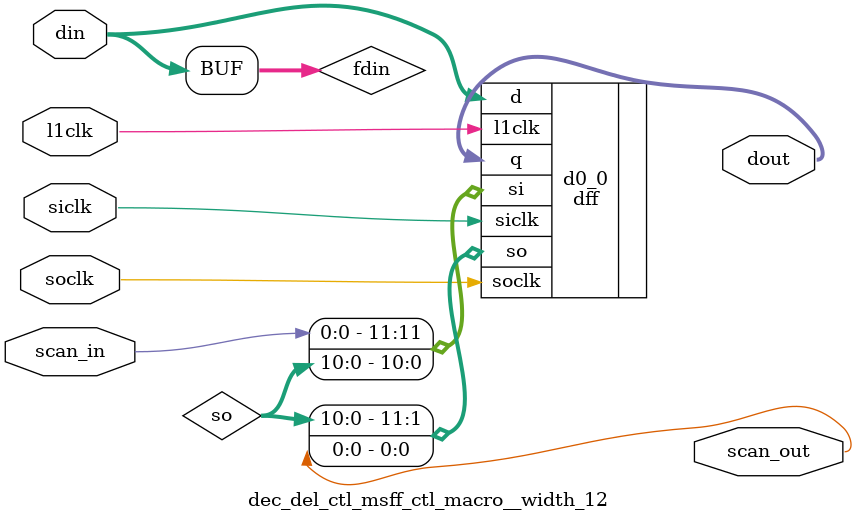
<source format=v>
module dec_del_ctl (
  l2clk, 
  scan_in, 
  tcu_pce_ov, 
  spc_aclk, 
  spc_bclk, 
  tcu_scan_en, 
  lsu_dec_pmen, 
  lsu_exu_pmen, 
  spc_core_running_status, 
  power_throttle, 
  lb_lbist_running, 
  pku_idest_p, 
  pku_fdest_p, 
  pku_fsrc_rd_p, 
  pku_lsu_p, 
  pku_fgu_p, 
  pku_pdist_p, 
  pku_twocycle_p, 
  pku_inst_cnt_brtaken00, 
  pku_inst_cnt_brtaken01, 
  pku_inst_cnt_brtaken02, 
  pku_inst_cnt_brtaken03, 
  pku_inst_cnt_brtaken04, 
  pku_inst_cnt_brtaken05, 
  pku_inst_cnt_brtaken06, 
  pku_inst_cnt_brtaken07, 
  pku_inst_cnt_brtaken10, 
  pku_inst_cnt_brtaken11, 
  pku_inst_cnt_brtaken12, 
  pku_inst_cnt_brtaken13, 
  pku_inst_cnt_brtaken14, 
  pku_inst_cnt_brtaken15, 
  pku_inst_cnt_brtaken16, 
  pku_inst_cnt_brtaken17, 
  exu_test_tid0, 
  exu_test_addr0, 
  exu_test_valid0, 
  exu_test_tid1, 
  exu_test_addr1, 
  exu_test_valid1, 
  ded_exc0_d, 
  ded_exc1_d, 
  tlu_dec_pstate_pef, 
  fgu_fprs_fef, 
  tlu_dec_hpstate_hpriv, 
  tlu_dec_pstate_priv, 
  dcd_wrtick_d, 
  lsu_cpq_stall, 
  dcd_callclass_d, 
  dcd_tcc_d, 
  dcd_specbr_d, 
  dcd_specfp_d, 
  dcd_exu_src_d, 
  dcd_killfgu_d, 
  dcd_sir_d, 
  dcd_stdfa_d, 
  pku_valid_e, 
  pku_annul_ds_dcti_brtaken0_e, 
  pku_annul_ds_dcti_brtaken1_e, 
  exu0_window_block, 
  exu1_window_block, 
  tlu_window_block, 
  fgu_idiv_stall, 
  fgu_fdiv_stall, 
  fgu_ecc_asi_stall, 
  dcd_fpdisable_d, 
  dcd_lsize0_d, 
  dcd_lsize1_d, 
  dcd_lsu_sign_ext_d, 
  dcd_load_d, 
  dcd_store_d, 
  dcd_sethi_d, 
  dcd_lsdouble_d, 
  dcd_prefetch_d, 
  dcd_flush_d, 
  dcd_memstbar_d, 
  dcd_pr_d, 
  dcd_priv_d, 
  dcd_hpr_d, 
  dcd_sr_d, 
  dcd_casa_d, 
  dcd_ldstub_d, 
  dcd_alt_d, 
  dcd_alti_d, 
  dcd_swap_d, 
  dcd_fsrc_rs1_d, 
  dcd_fsrc_rs2_d, 
  dcd_fpdest_single_d, 
  dcd_fp_rs1_single_d, 
  dcd_fp_rs2_single_d, 
  dcd_fsrsync_d, 
  dcd_done_d, 
  dcd_retry_d, 
  dec_inst0_rs1_d, 
  dec_inst0_rs2_d, 
  dec_inst0_raw_rd_d, 
  dec_inst1_rs1_d, 
  dec_inst1_rs2_d, 
  dec_inst1_raw_rd_d, 
  dcd_save_restore_d, 
  ded_oddwin0_d, 
  ded_oddwin1_d, 
  ded_perr_p, 
  ded_ferr_p, 
  ded_legal_p, 
  dec_inst0_b31, 
  dec_inst1_b31, 
  dec_inst0_op3_d, 
  dec_inst1_op3_d, 
  dec_inst0_opf_d, 
  dec_inst1_opf_d, 
  pku_base_pick_p, 
  pku_raw_pick0_p, 
  pku_raw_pick1_p, 
  pku_ds_e, 
  pku_load_flush_w, 
  tlu_flush_ifu, 
  pku_flush_f1, 
  pku_flush_f2, 
  pku_flush_lm, 
  pku_flush_lb, 
  pku_flush_m, 
  pku_flush_b, 
  dec_br_taken_e1, 
  spu_mult_request, 
  lsu_block_store_stall, 
  lsu_block_store_rd, 
  lsu_block_store_tid, 
  tlu_dtlb_reload_stall, 
  tlu_pstate_am, 
  dec_valid0_d, 
  dec_valid1_d, 
  dec_decode0_d, 
  dec_decode1_d, 
  del_noshift0_d, 
  del_noshift1_d, 
  dec_inst0_rd_d, 
  dec_inst1_rd_d, 
  dec_tid0_d, 
  dec_tid1_d, 
  dec_tid0_p, 
  dec_tid1_p, 
  dec_valid_e, 
  dec_pmu_valid_e, 
  dec_fgu_valid_e, 
  dec_frf_r1_addr_d, 
  dec_frf_r2_addr_d, 
  dec_frf_r2_addr_e, 
  dec_frf_r1_vld_d, 
  dec_frf_r2_vld_d, 
  dec_frf_r1_32b_d, 
  dec_frf_r2_32b_d, 
  dec_frf_r1_odd32b_d, 
  dec_frf_r2_odd32b_d, 
  dec_frf_w_addr_d, 
  dec_frf_w_vld_d, 
  dec_frf_w_32b_d, 
  dec_frf_w_odd32b_d, 
  dec_spu_grant_d, 
  dec_spu_grant_fgu_d, 
  dec_exu_src_vld_d, 
  dec_irf_w_addr_d, 
  dec_frf_store_d, 
  dec_fsr_store_d, 
  dec_fgu_op3_d, 
  dec_fgu_opf_d, 
  dec_fgu_decode_d, 
  dec_fgu_tid_d, 
  dec_flush_f1, 
  dec_flush_f2, 
  dec_flush_lm, 
  dec_flush_lb, 
  dec_flush_m, 
  dec_flush_b, 
  dec_block_store_b, 
  dec_exc0_m, 
  dec_exc1_m, 
  dec_inst0_cnt, 
  dec_inst1_cnt, 
  dec_tid0_m, 
  dec_tid1_m, 
  dec_inst_valid_m, 
  dec_lsu_inst_m, 
  dec_fgu_inst_m, 
  dec_cti_inst_m, 
  dec_illegal_inst_m, 
  dec_icache_perr_m, 
  dec_priv_exc_m, 
  dec_hpriv_exc_m, 
  dec_fpdisable_exc_m, 
  dec_br_taken_m, 
  dec_done_inst_m, 
  dec_retry_inst_m, 
  dec_sir_inst_m, 
  dec_ds_m, 
  dec_annul_ds_m, 
  dec_fgu_sel_e, 
  dec_fgu_sel_m, 
  dec_lsu_sel0_e, 
  dec_lsu_sel1_e, 
  dec_rs1_addr0_e, 
  dec_rs1_addr1_e, 
  dec_lsu_sel0_upper_e, 
  dec_lsu_sel1_upper_e, 
  dec_lsu_sel0_lower_e, 
  dec_lsu_sel1_lower_e, 
  dec_rs1_addr0_upper_e, 
  dec_rs1_addr1_upper_e, 
  del_pick_d, 
  dec_ld_inst_e, 
  dec_st_inst_e, 
  dec_fsr_ldst_e, 
  dec_fpldst_inst_e, 
  dec_ldst_dbl_e, 
  dec_pref_inst_e, 
  dec_flush_inst_e, 
  dec_memstbar_inst_e, 
  dec_sr_inst_e, 
  dec_pr_inst_e, 
  dec_hpr_inst_e, 
  dec_casa_inst_e, 
  dec_ldstub_inst_e, 
  dec_swap_inst_e, 
  dec_altspace_d, 
  dec_sign_ext_e, 
  dec_sraddr_e, 
  dec_imm_asi_vld_d, 
  dec_imm_asi_d, 
  dec_ldst_sz_e, 
  dec_ld_inst_d, 
  dec_lsu_tid0_d, 
  dec_lsu_tid1_d, 
  dec_lsu_tg_d, 
  dec_lsu_rd_e, 
  del_test0_sel_p, 
  del_twocycle0_std_p, 
  del_twocycle0_rs2_p, 
  del_default0_sel_p, 
  del_test1_sel_p, 
  del_twocycle1_std_p, 
  del_twocycle1_rs2_p, 
  del_default1_sel_p, 
  del_test_addr0_p, 
  del_test_addr1_p, 
  dec_instr0_type_d, 
  dec_instr1_type_d, 
  dec_exu_clken, 
  del_tg_clken, 
  scan_out, 
  dec_true_valid_e, 
  dec_load_flush_w, 
  dec_lsu_sel0_d, 
  dec_raw_pick_p, 
  dec_ierr_d, 
  dec_block_store_stall);
wire l1clk;
wire spares_scanin;
wire spares_scanout;
wire [1:0] pmu_valid_d;
wire [3:0] spare_5_0_lat_unused;
wire [1:0] pmu_valid_e;
wire pce_ov;
wire stop;
wire siclk;
wire soclk;
wire se;
wire callinst0_d;
wire callinst1_d;
wire [6:0] pdecode0_in;
wire [6:0] pdecode1_in;
wire [6:0] pdecode2_in;
wire [6:0] pdecode3_in;
wire [6:0] pdec0_in;
wire [6:0] pdecode0_d;
wire pdecode0f_scanin;
wire pdecode0f_scanout;
wire idest0_d;
wire fdest0_d;
wire fsrc0_rd_d;
wire lsu0_d;
wire fgu0_d;
wire pdist0_d;
wire twocycle0_d;
wire [6:0] pdecode4_in;
wire [6:0] pdecode5_in;
wire [6:0] pdecode6_in;
wire [6:0] pdecode7_in;
wire [6:0] pdec1_in;
wire [6:0] pdecode1_d;
wire pdecode1f_scanin;
wire pdecode1f_scanout;
wire idest1_d;
wire fdest1_d;
wire fsrc1_rd_d;
wire lsu1_d;
wire fgu1_d;
wire pdist1_d;
wire twocycle1_d;
wire [7:0] final_pick_p;
wire shift0_d;
wire [3:0] raw_pick0_in;
wire [3:0] pick0_d;
wire [3:0] pick0_in;
wire pick0f_scanin;
wire pick0f_scanout;
wire shift1_d;
wire [3:0] raw_pick1_in;
wire [3:0] pick1_d;
wire [3:0] pick1_in;
wire pick1f_scanin;
wire pick1f_scanout;
wire privstatef_scanin;
wire privstatef_scanout;
wire [7:0] tlu_priv;
wire [7:0] tlu_hpriv;
wire fef_scanin;
wire fef_scanout;
wire [7:0] tlu_pef;
wire [7:0] fgu_fef;
wire [1:0] priv_d;
wire [1:0] hpriv_d;
wire [1:0] fpdis_d;
wire [1:0] inst0_cnt_brtaken0;
wire [1:0] inst0_cnt_brtaken1;
wire [1:0] inst1_cnt_brtaken0;
wire [1:0] inst1_cnt_brtaken1;
wire [1:0] br_taken_e;
wire [1:0] ifetch_err_e;
wire [1:0] inst0_cnt;
wire [1:0] inst1_cnt;
wire instcntf_scanin;
wire instcntf_scanout;
wire exutestf_scanin;
wire exutestf_scanout;
wire [1:0] ttid0_p;
wire [1:0] ttid1_p;
wire test_stall0_in;
wire test_stall1_in;
wire teststallf_scanin;
wire teststallf_scanout;
wire test_stall0;
wire test_stall1;
wire [1:0] twocycle_p;
wire twocycle0_sel_p;
wire twocycle1_sel_p;
wire [1:0] tid0_p;
wire [1:0] tid1_p;
wire [1:0] tid0_d;
wire [1:0] tid1_d;
wire [7:0] valid_d_in;
wire [7:0] valid_d;
wire val_df_scanin;
wire val_df_scanout;
wire valid0_d_in;
wire valid1_d_in;
wire valid_df_scanin;
wire valid_df_scanout;
wire valid0_d;
wire valid1_d;
wire dtlb_reloadf_scanin;
wire dtlb_reloadf_scanout;
wire [1:0] dtlb_reload;
wire dtlb_reload_stall;
wire block_store0f_scanin;
wire block_store0f_scanout;
wire pre_block_store_stall;
wire block_store_stall_in;
wire block_store_stall;
wire reset_block_store_stall;
wire block_storef_scanin;
wire block_storef_scanout;
wire [4:0] block_store_rd_in;
wire [4:0] block_store_rd;
wire block_store_rdhif_scanin;
wire block_store_rdhif_scanout;
wire block_store_rdlof_scanin;
wire block_store_rdlof_scanout;
wire [2:0] block_store_tid_in;
wire [2:0] block_store_tid;
wire block_store_tidf_scanin;
wire block_store_tidf_scanout;
wire block_store_stall0;
wire block_store_stall1;
wire cpq_stall_in;
wire cpq_stallf_scanin;
wire cpq_stallf_scanout;
wire cpq_stall;
wire fecc_stall_in;
wire fecc_stallf_scanin;
wire fecc_stallf_scanout;
wire fecc_stall;
wire block_resetf_scanin;
wire block_resetf_scanout;
wire [2:0] block_rst_cnt_in;
wire [2:0] block_rst_cnt;
wire block_store_e_scanin;
wire block_store_e_scanout;
wire block_store_stall_e;
wire [2:0] block_store_tid_e;
wire block_store_m_scanin;
wire block_store_m_scanout;
wire block_store_stall_m;
wire [2:0] block_store_tid_m;
wire block_store_b_scanin;
wire block_store_b_scanout;
wire block_store_stall_b;
wire [2:0] block_store_tid_b;
wire set_lfavor;
wire lsusel0_d;
wire reset_lfavor;
wire lfavor_in;
wire lfavor;
wire lfavorf_scanin;
wire lfavorf_scanout;
wire set_ffavor;
wire fgusel0_d;
wire reset_ffavor;
wire ffavor_in;
wire ffavor;
wire ffavorf_scanin;
wire ffavorf_scanout;
wire set_sffavor;
wire lsu_float_case;
wire reset_sffavor;
wire sffavor_in;
wire sffavor;
wire sffavorf_scanin;
wire sffavorf_scanout;
wire mult_request_in;
wire mult_request;
wire mulrequestf_scanin;
wire mulrequestf_scanout;
wire crypto_mult_case0;
wire crypto_mult_case1;
wire set_cmfavor;
wire reset_cmfavor;
wire cmfavor;
wire cmfavor_grant_d;
wire idiv_hole_d;
wire [1:0] idiv_stall_d;
wire pdistblock_d;
wire cmfavor_in;
wire cmfavorf_scanin;
wire cmfavorf_scanout;
wire [1:0] pdistblock_in;
wire pdistblockf_scanin;
wire pdistblockf_scanout;
wire [1:0] pdistblock;
wire pdistrdf_scanin;
wire pdistrdf_scanout;
wire [4:0] pdist_rd;
wire pdisttidf_scanin;
wire pdisttidf_scanout;
wire [2:0] pdist_tid;
wire twocycle0_d_in;
wire twocycle0_df_scanin;
wire twocycle0_df_scanout;
wire twocycle0_stall;
wire twocycle1_d_in;
wire twocycle1_df_scanin;
wire twocycle1_df_scanout;
wire twocycle1_stall;
wire int_hole0_in;
wire inthole0_df_scanin;
wire inthole0_df_scanout;
wire [2:0] int_hole0_stall;
wire int_hole1_in;
wire inthole1_df_scanin;
wire inthole1_df_scanout;
wire [2:0] int_hole1_stall;
wire divstall_df_scanin;
wire divstall_df_scanout;
wire fdiv_stall_d;
wire [1:0] window_stall_in;
wire windowstall_df_scanin;
wire windowstall_df_scanout;
wire [1:0] window_stall_d;
wire [1:0] exu_clken_in;
wire exu_clkenf_scanin;
wire exu_clkenf_scanout;
wire block0;
wire [7:0] power_stall;
wire block1;
wire legal_f_scanin;
wire legal_f_scanout;
wire [1:0] legal_d;
wire illegal0_d;
wire [1:0] ifetch_err_d;
wire illegal1_d;
wire [1:0] perr_d;
wire [1:0] illegal_d;
wire illegal_f_scanin;
wire illegal_f_scanout;
wire [1:0] illegal_e;
wire [1:0] fpdisable_exc_d;
wire fpdisable_exc_f_scanin;
wire fpdisable_exc_f_scanout;
wire [1:0] fpdisable_exc_e;
wire [1:0] priv_exc_d;
wire [1:0] hpriv_exc_d;
wire parity_err_f_scanin;
wire parity_err_f_scanout;
wire [1:0] icdp_perr_d;
wire exc_f_scanin;
wire exc_f_scanout;
wire [1:0] priv_exc_e;
wire [1:0] hpriv_exc_e;
wire [1:0] icdp_perr_e;
wire ffavor_real;
wire lfavor_real;
wire [1:0] fguselect_d;
wire tgsel_f_scanin;
wire tgsel_f_scanout;
wire twocycle0_stall_e;
wire twocycle1_stall_e;
wire decode_lsu0_e;
wire decode_lsu1_e;
wire [1:0] pstate_am_in;
wire rs1_addr0_d;
wire decode_lsu0_d;
wire casa_or_pst_d;
wire rs1_addr1_d;
wire decode_lsu1_d;
wire lsu_sel0_lower_d;
wire lsu_sel1_lower_d;
wire lsu_sel0_upper_d;
wire lsu_sel1_upper_d;
wire rs1_addr0_upper_d;
wire rs1_addr1_upper_d;
wire exuself_scanin;
wire exuself_scanout;
wire tgselm_f_scanin;
wire tgselm_f_scanout;
wire [1:0] store_float;
wire [4:0] i0_rd;
wire [4:0] i1_rd;
wire [4:0] i0_rd_remap_d;
wire [4:0] i1_rd_remap_d;
wire [4:0] f0_rs1;
wire [4:0] f0_rs2;
wire [4:0] f0_rd;
wire [4:0] f1_rs1;
wire [4:0] f1_rs2;
wire [4:0] f1_rd;
wire [4:0] inst0_rs2;
wire [4:0] inst1_rs2;
wire frf_r2addre_f_scanin;
wire frf_r2addre_f_scanout;
wire inst0_rs2_raw_bit0;
wire inst1_rs2_raw_bit0;
wire fsr_store0;
wire fsr_store1;
wire flush_lexc_m;
wire ifetch_err_f_scanin;
wire ifetch_err_f_scanout;
wire ifetcherr_f_scanin;
wire ifetcherr_f_scanout;
wire [1:0] true_valid_d;
wire truevalid_f_scanin;
wire truevalid_f_scanout;
wire illegal0_pmu_d;
wire illegal1_pmu_d;
wire [1:0] illegal_pmu_d;
wire [1:0] priv_exc_pmu_d;
wire [1:0] hpriv_exc_pmu_d;
wire [1:0] fpdisable_exc_pmu_d;
wire [1:0] valid_e;
wire [1:0] ls_valid_e;
wire decode_fgu0_d;
wire decode_fgu1_d;
wire fgudec_f_scanin;
wire fgudec_f_scanout;
wire decode_fgu0_e;
wire decode_fgu1_e;
wire lsudec_f_scanin;
wire lsudec_f_scanout;
wire st_inst_d;
wire fsr_ldst_d;
wire ldste_f_scanin;
wire ldste_f_scanout;
wire ld_inst_e;
wire st_inst_e;
wire fsr_ldst_e;
wire lsu_valid_e;
wire fpldst_d;
wire load_float0_d;
wire store_float0_d;
wire load_float1_d;
wire store_float1_d;
wire lsdouble_d;
wire prefetch_d;
wire flush_d;
wire memstbar_d;
wire pr_d;
wire hpr_d;
wire sr_d;
wire pst_d;
wire casa_d;
wire ldstub_d;
wire swap_d;
wire altspacei_d;
wire sign_ext_d;
wire [1:0] lsize_d;
wire ldme_f_scanin;
wire ldme_f_scanout;
wire fpldst_e;
wire lsdouble_e;
wire prefetch_e;
wire flush_e;
wire memstbar_e;
wire hpr_e;
wire pr_e;
wire sr_e;
wire casa_e;
wire ldstub_e;
wire swap_e;
wire sign_ext_e;
wire [1:0] lsize_e;
wire [4:0] sraddr_d;
wire sraddr_f_scanin;
wire sraddr_f_scanout;
wire [4:0] sraddr_e;
wire lsu_rd0_msb;
wire lsu_rd1_msb;
wire [4:0] lsu_rd_d;
wire lsurd_f_scanin;
wire lsurd_f_scanout;
wire [4:0] lsu_rd_e;
wire [1:0] ds_m_in;
wire ds_m_scanin;
wire ds_m_scanout;
wire [7:0] annul_ds_dcti_e;
wire [1:0] annul_ds_m_in;
wire annul_m_scanin;
wire annul_m_scanout;
wire tid_e_scanin;
wire tid_e_scanout;
wire [1:0] tid1_e;
wire [1:0] tid0_e;
wire tid_m_scanin;
wire tid_m_scanout;
wire dec_e_scanin;
wire dec_e_scanout;
wire decode1_raw_e;
wire decode0_raw_e;
wire decode1_e;
wire decode0_e;
wire dec_m_scanin;
wire dec_m_scanout;
wire [1:0] inst_valid_m;
wire is_lsu1_d;
wire is_lsu0_d;
wire is_fgu1_d;
wire is_fgu0_d;
wire [1:0] cti_d;
wire inst_e_scanin;
wire inst_e_scanout;
wire [4:0] exc1_e;
wire [4:0] exc0_e;
wire [1:0] is_lsu_e;
wire [1:0] is_fgu_e;
wire [1:0] cti_e;
wire inst_m_scanin;
wire inst_m_scanout;
wire [4:0] exc1_m;
wire [4:0] exc0_m;
wire flush_lexc_e;
wire flush_lexc_f_scanin;
wire flush_lexc_f_scanout;
wire illegal_priv_m_scanin;
wire illegal_priv_m_scanout;
wire [1:0] illegal_inst_m;
wire [1:0] priv_exc_m;
wire [1:0] hpriv_exc_m;
wire [1:0] fpdisable_exc_m;
wire [1:0] br_taken_m;
wire [1:0] icdp_perr_m;
wire [1:0] done_d;
wire [1:0] retry_d;
wire [1:0] sir_d;
wire done_retry_e_scanin;
wire done_retry_e_scanout;
wire [1:0] done_e;
wire [1:0] retry_e;
wire [1:0] sir_e;
wire done_retry_m_scanin;
wire done_retry_m_scanout;
wire [1:0] done_inst_m;
wire [1:0] retry_inst_m;
wire [1:0] sir_inst_m;
wire [1:0] atomic_d;
wire l2miss0_d;
wire l2miss1_d;
wire itlbmiss0_d;
wire itlbmiss1_d;
wire icmiss0_d;
wire icmiss1_d;
wire other0_d;
wire branch0_d;
wire other1_d;
wire branch1_d;
wire power_stall1f_scanin;
wire power_stall1f_scanout;
wire [7:0] power_stall_in;
wire thread_activef_scanin;
wire thread_activef_scanout;
wire [7:0] thread_active;
wire power_throttle1f_scanin;
wire power_throttle1f_scanout;
wire [2:0] power_throt0;
wire [2:0] power_throttle1;
wire power_throttle02_f_scanin;
wire power_throttle02_f_scanout;
wire [2:0] power_throttle0;
wire power_throttle01_f_scanin;
wire power_throttle01_f_scanout;
wire power_throttle00_f_scanin;
wire power_throttle00_f_scanout;
wire change_power_stall;
wire [7:0] new_power_stall;


   input l2clk;
   input scan_in;
   input tcu_pce_ov;		// scan signals
   input spc_aclk;
   input spc_bclk;
   input tcu_scan_en;


   input lsu_dec_pmen;		// power management enable for dec
   input lsu_exu_pmen;		// power management enable for exu
	
   input [7:0] spc_core_running_status;	// active bits for each of the threads


   input [2:0]  power_throttle;	// power throttle, [2:0] is encoded number of stalls in 8 cycle window
				        // 000 - no stalls, 001 - 1 stall, ... 111 - 7 stalls
   input lb_lbist_running;

   input [7:0] pku_idest_p;
   input [7:0] pku_fdest_p;
   input [7:0] pku_fsrc_rd_p;
   input [7:0] pku_lsu_p;
   input [7:0] pku_fgu_p;
   input [7:0] pku_pdist_p;
   input [7:0] pku_twocycle_p;

   input [1:0]  pku_inst_cnt_brtaken00;		// count of inst at e,m,b stages for each thread, for tlu to generate PC at decode
   input [1:0]  pku_inst_cnt_brtaken01;
   input [1:0]  pku_inst_cnt_brtaken02;
   input [1:0]  pku_inst_cnt_brtaken03;
   input [1:0]  pku_inst_cnt_brtaken04;
   input [1:0]  pku_inst_cnt_brtaken05;
   input [1:0]  pku_inst_cnt_brtaken06;
   input [1:0]  pku_inst_cnt_brtaken07;
   input [1:0]  pku_inst_cnt_brtaken10;		// count of inst at e,m,b stages for each thread, for tlu to generate PC at decode
   input [1:0]  pku_inst_cnt_brtaken11;
   input [1:0]  pku_inst_cnt_brtaken12;
   input [1:0]  pku_inst_cnt_brtaken13;
   input [1:0]  pku_inst_cnt_brtaken14;
   input [1:0]  pku_inst_cnt_brtaken15;
   input [1:0]  pku_inst_cnt_brtaken16;
   input [1:0]  pku_inst_cnt_brtaken17;

   input [1:0] exu_test_tid0;		// exu test interface to the irf (bist or ecc errors) 
   input [4:0] exu_test_addr0;
   input exu_test_valid0;

   input [1:0] exu_test_tid1;		// exu test interface to the irf (bist or ecc errors)
   input [4:0] exu_test_addr1;
   input exu_test_valid1;

   input [4:0] ded_exc0_d;		// ifetch related exceptions
   input [4:0] ded_exc1_d;

   input [7:0] tlu_dec_pstate_pef;     	// pstate enable fp bit
   input [7:0] fgu_fprs_fef;	       	// fprs enable fp bit
   input [7:0] tlu_dec_hpstate_hpriv;  	// hpriv bits
   input [7:0] tlu_dec_pstate_priv;    	// priv bits

   input [1:0] dcd_wrtick_d;	      	// write tick

   input lsu_cpq_stall;			// lsu cannot take any more lsu operations, stall decode
   input [1:0] dcd_callclass_d;		// JMPs,CALLs,RETs
   input [1:0] dcd_tcc_d;		// tcc instruction

   input [1:0] dcd_specbr_d;		// branch at decode
   input [1:0] dcd_specfp_d;		// FP at decode

   input [1:0] dcd_exu_src_d;  		// fgu sources will come from the integer unit
   input [1:0] dcd_killfgu_d;  		// dont really send alignaddr, bmask to the fgu

   input [1:0] dcd_sir_d;   		// SIR inst at decode
   input [1:0] dcd_stdfa_d;    		// for partial stores

   input [7:0] pku_valid_e;		// valid for inst at e stage
   input [7:0] pku_annul_ds_dcti_brtaken0_e;	// dcti at e stage has annulled its delay slot (DS)
   input [7:0] pku_annul_ds_dcti_brtaken1_e;	// dcti at e stage has annulled its delay slot (DS)

   input exu0_window_block;      	// for saves,restores,traps on saves,restores,wrpr to cwp
   input exu1_window_block;      
   input [1:0] tlu_window_block;      	// for dones and retries
   
   input [1:0] fgu_idiv_stall;    	// integer divide stall; no int ops to FGU
   input fgu_fdiv_stall;    		// float divide stall; no float loads to the LSU

   input fgu_ecc_asi_stall;		// fgu ecc stall

   input [1:0] dcd_fpdisable_d; 	// inst can cause a fpdisable exception


   // decodes needed by the lsu
   input [1:0] dcd_lsize0_d;		// size of the lsu operation (byte,half,word,dword)
   input [1:0] dcd_lsize1_d;
   input [1:0] dcd_lsu_sign_ext_d;	// lsu operation is a sign extended form
   input [1:0] dcd_load_d;		// op is load or load-like
   input [1:0] dcd_store_d;		// op is store or store-like
   input [1:0] dcd_sethi_d;		// op is special sethi 
   input [1:0] dcd_lsdouble_d;		// ldd inst
   input [1:0] dcd_prefetch_d;		// prefetch inst
   input [1:0] dcd_flush_d;		// flush inst
   input [1:0] dcd_memstbar_d;		// membar, stbar
   input [1:0] dcd_pr_d;		// is a WRPR or RDPR inst
   input [1:0] dcd_priv_d;		// is a privileged inst
   input [1:0] dcd_hpr_d;		// is a hypervisor priv inst
   input [1:0] dcd_sr_d;		// ASR operation
   input [1:0] dcd_casa_d;		// CASA inst
   input [1:0] dcd_ldstub_d;		// LDSTUB inst
   input [1:0] dcd_alt_d;		// alternate but not imm
   input [1:0] dcd_alti_d;		// imm alternate
   input [1:0] dcd_swap_d;		// SWAP inst
	
   input [1:0] dcd_fsrc_rs1_d;		// inst has rs1 FP source
   input [1:0] dcd_fsrc_rs2_d;		// inst has rs2 FP source
   input [1:0] dcd_fpdest_single_d;	// FP dest is single precision (SP)
   input [1:0] dcd_fp_rs1_single_d;	// FP rs1 source is SP
   input [1:0] dcd_fp_rs2_single_d;	// FP rs2 source is SP
   input [1:0] dcd_fsrsync_d;		// inst is LDFSR or STFSR
   input [1:0] dcd_done_d;		// inst is DONE inst
   input [1:0] dcd_retry_d;		// inst is a RETRY inst

   input [4:0] dec_inst0_rs1_d;		// RS1
   input [4:0] dec_inst0_rs2_d;		// RS2
   input [4:0] dec_inst0_raw_rd_d;	// RD
   input [4:0] dec_inst1_rs1_d;
   input [4:0] dec_inst1_rs2_d;
   input [4:0] dec_inst1_raw_rd_d;

   input [1:0] dcd_save_restore_d;	// SAVE or RESTORE
   input ded_oddwin0_d;			// window is odd or not
   input ded_oddwin1_d;

   input [1:0] ded_perr_p;		// inst parity error
   input [1:0] ded_ferr_p;		// inst fetch error
   input [1:0] ded_legal_p;		// inst is a legal instruction

   input dec_inst0_b31;			// bit 31 of instruction
   input dec_inst1_b31;

   input [5:0] dec_inst0_op3_d;		// op3 field of inst
   input [5:0] dec_inst1_op3_d;

   input [7:0] dec_inst0_opf_d;		// opf field of inst
   input [7:0] dec_inst1_opf_d;

   input [7:0] pku_base_pick_p;		// base pick without decode qualifications (includes cancel_pick, flush_buffer)
   input [3:0] pku_raw_pick0_p;		// pick with no qualifications (no cancel_pick, no flush_buffer)
   input [7:4] pku_raw_pick1_p;

   input [7:0] pku_ds_e;		// inst at e is a DS

   input [7:0] pku_load_flush_w;  	// load flush signals to IFU
   input [7:0] tlu_flush_ifu;		// trap flush
 
   input [7:0] pku_flush_f1;		// flush signals for FGU f1,f2 stages
   input [7:0] pku_flush_f2;

   input [7:0] pku_flush_lm;		// flush signals for LSU M,B stages
   input [7:0] pku_flush_lb;

   input [7:0] pku_flush_m;		// flush signals for TLU M,B stages
   input [7:0] pku_flush_b;

   input [1:0] dec_br_taken_e1;		// taken branches

   input       spu_mult_request;	// crypto multiply request

   input       lsu_block_store_stall;   // stall decode to read the sources of the store
   input [4:3] lsu_block_store_rd;	// RD for the block store
   input [2:0] lsu_block_store_tid;	// tid for the block store

   input       tlu_dtlb_reload_stall;	// stall decode for 2 cycles on a DTLB miss; LSU can't take any more lsu ops
   input [7:0] tlu_pstate_am;		// address mask bit

   output      dec_valid0_d;		// inst is valid at d stage
   output      dec_valid1_d;		
   output      dec_decode0_d;		// inst is decoded at d stage (implies a shift)
   output      dec_decode1_d;
   output      del_noshift0_d;		// inst is valid and not decoded (don't shift the decode stage)
   output      del_noshift1_d;

   // exu interface
   output [4:0] dec_inst0_rd_d;		// RD field (takes windows and calls into account)
   output [4:0] dec_inst1_rd_d;

   output [1:0] dec_tid0_d;		// TID for exu0
   output [1:0] dec_tid1_d;		// TID for exu1
   output [1:0] dec_tid0_p;		// TID for IRF
   output [1:0] dec_tid1_p;
   output [1:0] dec_valid_e;		// thread group [0,1] is valid at e stage
   output [1:0] dec_pmu_valid_e;	// thread group [0,1] is valid at e stage; dont include ifetch_err
   output 	dec_fgu_valid_e;        // fgu is valid at e

   // fgu interface
   output [4:0] dec_frf_r1_addr_d;	// FRF r1 read addr
   output [4:0] dec_frf_r2_addr_d;	// FRF r2 read addr (including store-floats)
   output [4:3] dec_frf_r2_addr_e;	// FRF r2 read addr (for LSU)
   output 	dec_frf_r1_vld_d;	// FRF r1 read valid
   output 	dec_frf_r2_vld_d;	// FRF r2 read valid
   output 	dec_frf_r1_32b_d;	// FRF rs1 source is single-precision
   output 	dec_frf_r2_32b_d;	// FRF rs2 source is single-precision
   output 	dec_frf_r1_odd32b_d;	// FRF rs1 source is single-precision and odd
   output 	dec_frf_r2_odd32b_d;	// FRF rs2 source is single-precision and odd
   output [4:0] dec_frf_w_addr_d;	// FRF write addr
   output 	dec_frf_w_vld_d;	// FRF write addr is valid
   output 	dec_frf_w_32b_d;	// FRF write is single precision
   output 	dec_frf_w_odd32b_d;	// FRF write is single precision; rd is odd
   output 	dec_spu_grant_d;	// SPU grant for a crypto multiply
   output 	dec_spu_grant_fgu_d;	// SPU grant for a crypto multiply to the fgu
   output 	dec_exu_src_vld_d;	// FGU op has any valid source
   output [4:0] dec_irf_w_addr_d;  	// RD for an integer op executed by the FGU
   output 	dec_frf_store_d;	// store-float of FRF data
   output 	dec_fsr_store_d;	// store-float of FSR data
   output [5:0] dec_fgu_op3_d;		// op3 field
   output [7:0] dec_fgu_opf_d;		// opf field
   output 	dec_fgu_decode_d;	// FGU op decoded this cycle
   output [2:0] dec_fgu_tid_d;		// TID for FGU op
   output 	dec_flush_f1;		// Flush f1 stage of the FGU
   output 	dec_flush_f2;		// Flush f2 stage of the FGU
   output 	dec_flush_lm;		// Flush the m stage of a load
   output 	dec_flush_lb;		// Flush the bypass stage of a load
   output [1:0] dec_flush_m;            // Flush the m stage of the ex units
   output [1:0] dec_flush_b;            // Flush the b stage of the ex units, also tlu

   output [7:0] dec_block_store_b;	// block store at b stage to tlu

   // tlu interface
   output [4:0] dec_exc0_m;             // encoded exception status to tlu
   output [4:0] dec_exc1_m;
   output [1:0] dec_inst0_cnt;		// inst cnt of e,m,b stage
   output [1:0] dec_inst1_cnt;
   output [1:0] dec_tid0_m;		// thread id
   output [1:0] dec_tid1_m;
   output [1:0] dec_inst_valid_m;	// inst is valid at m stage
   output [1:0] dec_lsu_inst_m;		// lsu inst at m stage
   output [1:0] dec_fgu_inst_m;		// fgu inst at m stage
   output [1:0] dec_cti_inst_m;		// fgu inst at m stage

   output [1:0] dec_illegal_inst_m;	// illegal at m stage
   output [1:0] dec_icache_perr_m;	// icache parity error at m stage
   output [1:0] dec_priv_exc_m;		// priv exception at m stage
   output [1:0] dec_hpriv_exc_m;	// hypervison priv exception at m stage
   output [1:0] dec_fpdisable_exc_m;	// fp disable exception at m stage
   output [1:0] dec_br_taken_m;		// br taken at m stage
   output [1:0] dec_done_inst_m;	// done inst at m stage
   output [1:0] dec_retry_inst_m;	// retry inst at m stage
   output [1:0] dec_sir_inst_m;		// sir inst a m stage

   output [1:0]	dec_ds_m;	        // this instruction is a DS
   output [1:0] dec_annul_ds_m;		// DS at m stage is annulled

   output [1:0]	dec_fgu_sel_e;		// mux select between TG's for fgu ops
   output [1:0]	dec_fgu_sel_m;		// mux select between TG's for fgu ops

   output 	dec_lsu_sel0_e;		// mux select between TG's for lsu ops
   output 	dec_lsu_sel1_e;		

   output 	dec_rs1_addr0_e;	
   output 	dec_rs1_addr1_e;	

   output 	dec_lsu_sel0_upper_e;	// mux select taking pstate AM into account
   output 	dec_lsu_sel1_upper_e;

   output 	dec_lsu_sel0_lower_e;	// mux select taking pstate AM into account
   output 	dec_lsu_sel1_lower_e;

   output 	dec_rs1_addr0_upper_e;
   output 	dec_rs1_addr1_upper_e;


   output [7:0] del_pick_d;		// picks to CCR logic       

   // lsu interface
   output 	dec_ld_inst_e;         	// load inst
   output 	dec_st_inst_e;         	// store inst
   output 	dec_fsr_ldst_e;         // LDFSR,STFSR
   output 	dec_fpldst_inst_e;     	// FP load or store inst
   output 	dec_ldst_dbl_e;        	// ldd inst
   output 	dec_pref_inst_e;       	// prefetch inst
   output 	dec_flush_inst_e;      	// flush inst
   output 	dec_memstbar_inst_e;	// membar, stbar
   
   output 	dec_sr_inst_e;        	// ASR inst
   output 	dec_pr_inst_e;        	// priv inst
   output 	dec_hpr_inst_e;        	// hypervisor inst
   output 	dec_casa_inst_e;       	// CASA inst
   output 	dec_ldstub_inst_e;     	// LDSTUB inst
   output 	dec_swap_inst_e;       	// SWAP inst
   output 	dec_altspace_d;        	// Alternate space access
   output 	dec_sign_ext_e;        	// Sign extend lsu op
   output [4:0] dec_sraddr_e;          	// source address for ASR access
   output 	dec_imm_asi_vld_d;     	// immediate form of alternate access
   output [7:0] dec_imm_asi_d;         	// 8-bit ASI access
   output [1:0] dec_ldst_sz_e;		// size of the ldst operation
   

   output 	dec_ld_inst_d;		// load inst decoded

   output [1:0] dec_lsu_tid0_d;		// tid for lsu operation
   output [1:0] dec_lsu_tid1_d;		// tid for lsu operation
   output       dec_lsu_tg_d;		// tid for lsu operation
   output [4:0] dec_lsu_rd_e;		// RD destination of lsu operation

   output del_test0_sel_p;		// mux selects for IRF read port rs3
   output del_twocycle0_std_p;
   output del_twocycle0_rs2_p;
   output del_default0_sel_p;

   output del_test1_sel_p;
   output del_twocycle1_std_p;
   output del_twocycle1_rs2_p;
   output del_default1_sel_p;

   output [4:0] del_test_addr0_p;	// address to read for exu test access
   output [4:0] del_test_addr1_p;

   output [9:0] dec_instr0_type_d;	// pmu stuff thread group 0
   output [9:0] dec_instr1_type_d;	// pmu stuff thread group 1

   output [1:0] dec_exu_clken;		// clk enable signals to the exu

   output [1:0] del_tg_clken;  		// clk enables for thread groups
   
   output scan_out;

   output [1:0] dec_true_valid_e;  	// take illegals and other exceptions into account

   output [1:0] dec_load_flush_w;

   output dec_lsu_sel0_d;      		// to the pmu to decide which tid to use for lsu at d stage

   output [7:0] dec_raw_pick_p;

   output [1:0] dec_ierr_d;  		// tell pku that an inst error has occurred: illegal, parity error or ifetch error

   output [7:0] dec_block_store_stall;  // prevent window ops from coming too early after a block store 

dec_del_ctl_l1clkhdr_ctl_macro clkgen (
 .l2clk(l2clk),
 .l1en (1'b1 ),
 .l1clk(l1clk),
  .pce_ov(pce_ov),
  .stop(stop),
  .se(se));

dec_del_ctl_spare_ctl_macro__flops_0__num_6 spares  (
);

// bit 0 maps to spare0_flop
dec_del_ctl_msff_ctl_macro__scanreverse_1__width_6 spare_5_0_lat  (
        .scan_in(spares_scanin),
        .scan_out(spares_scanout),
	.l1clk	(l1clk),
        .din    ({{3{1'b0}},pmu_valid_d[0],1'b0,pmu_valid_d[1]}),
        .dout   ({spare_5_0_lat_unused[3:1],pmu_valid_e[0],spare_5_0_lat_unused[0],pmu_valid_e[1]}),
  .siclk(siclk),
  .soclk(soclk)
);

// scan renames
assign pce_ov = tcu_pce_ov;
assign stop = 1'b0;
assign siclk = spc_aclk;
assign soclk = spc_bclk;
assign se    = tcu_scan_en;
// end scan


assign dec_load_flush_w[1:0] = { |pku_load_flush_w[7:4], |pku_load_flush_w[3:0] };

assign callinst0_d = dcd_callclass_d[0] & ~dec_inst0_b31;
assign callinst1_d = dcd_callclass_d[1] & ~dec_inst1_b31;

// for save/restore invert oddwin since rd is in the new window
assign dec_inst0_rd_d[4] = (dec_inst0_raw_rd_d[4] & ~callinst0_d) ^ ((dec_inst0_raw_rd_d[3] | callinst0_d) & (ded_oddwin0_d ^ dcd_save_restore_d[0]));
assign dec_inst0_rd_d[3:0] = dec_inst0_raw_rd_d[3:0] | {4{callinst0_d}};

assign dec_inst1_rd_d[4] = (dec_inst1_raw_rd_d[4] & ~callinst1_d) ^ ((dec_inst1_raw_rd_d[3] | callinst1_d) & (ded_oddwin1_d ^ dcd_save_restore_d[1]));
assign dec_inst1_rd_d[3:0] = dec_inst1_raw_rd_d[3:0] | {4{callinst1_d}};

// predecodes for timing (make dec_decode* fast)

// make sure twocycle is lsu to deal with illegal instructions (partial decodes)
assign pdecode0_in[6:0] = {  pku_idest_p[0],pku_fdest_p[0],pku_fsrc_rd_p[0],pku_lsu_p[0],pku_fgu_p[0],
			  pku_pdist_p[0],pku_twocycle_p[0] & pku_lsu_p[0] };
									    
assign pdecode1_in[6:0] = {  pku_idest_p[1],pku_fdest_p[1],pku_fsrc_rd_p[1],pku_lsu_p[1],pku_fgu_p[1],
			  pku_pdist_p[1],pku_twocycle_p[1] & pku_lsu_p[1] };
									    
assign pdecode2_in[6:0] = {  pku_idest_p[2],pku_fdest_p[2],pku_fsrc_rd_p[2],pku_lsu_p[2],pku_fgu_p[2],
			  pku_pdist_p[2],pku_twocycle_p[2] & pku_lsu_p[2] };
									    
assign pdecode3_in[6:0] = {  pku_idest_p[3],pku_fdest_p[3],pku_fsrc_rd_p[3],pku_lsu_p[3],pku_fgu_p[3],
			  pku_pdist_p[3],pku_twocycle_p[3] & pku_lsu_p[3] };


assign pdec0_in[6:0] =   ({7{del_noshift0_d}} & pdecode0_d[6:0]) |
			   ({7{~del_noshift0_d & pku_raw_pick0_p[0] & ded_legal_p[0] & ~ded_perr_p[0] & ~ded_ferr_p[0]}} & pdecode0_in[6:0]) |
			   ({7{~del_noshift0_d & pku_raw_pick0_p[1] & ded_legal_p[0] & ~ded_perr_p[0] & ~ded_ferr_p[0]}} & pdecode1_in[6:0]) |
			   ({7{~del_noshift0_d & pku_raw_pick0_p[2] & ded_legal_p[0] & ~ded_perr_p[0] & ~ded_ferr_p[0]}} & pdecode2_in[6:0]) |
			   ({7{~del_noshift0_d & pku_raw_pick0_p[3] & ded_legal_p[0] & ~ded_perr_p[0] & ~ded_ferr_p[0]}} & pdecode3_in[6:0]);


dec_del_ctl_msff_ctl_macro__width_7 pdecode0f  (
 .scan_in(pdecode0f_scanin),
 .scan_out(pdecode0f_scanout),
 .din(pdec0_in[6:0]),
 .dout(pdecode0_d[6:0]),
  .l1clk(l1clk),
  .siclk(siclk),
  .soclk(soclk)
);


assign { idest0_d, fdest0_d, fsrc0_rd_d, lsu0_d, fgu0_d, pdist0_d, twocycle0_d } = pdecode0_d[6:0];

// make sure twocycle is lsu to deal with illegal instructions (partial decodes)
assign pdecode4_in[6:0] = {  pku_idest_p[4],pku_fdest_p[4],pku_fsrc_rd_p[4],pku_lsu_p[4],pku_fgu_p[4],
			  pku_pdist_p[4],pku_twocycle_p[4] & pku_lsu_p[4] };
									    
assign pdecode5_in[6:0] = {  pku_idest_p[5],pku_fdest_p[5],pku_fsrc_rd_p[5],pku_lsu_p[5],pku_fgu_p[5],
			  pku_pdist_p[5],pku_twocycle_p[5] & pku_lsu_p[5] };
									    
assign pdecode6_in[6:0] = {  pku_idest_p[6],pku_fdest_p[6],pku_fsrc_rd_p[6],pku_lsu_p[6],pku_fgu_p[6],
			  pku_pdist_p[6],pku_twocycle_p[6] & pku_lsu_p[6] };
									    
assign pdecode7_in[6:0] = {  pku_idest_p[7],pku_fdest_p[7],pku_fsrc_rd_p[7],pku_lsu_p[7],pku_fgu_p[7],
			  pku_pdist_p[7],pku_twocycle_p[7] & pku_lsu_p[7] };

assign pdec1_in[6:0] =   ({7{del_noshift1_d}} & pdecode1_d[6:0]) |
			   ({7{~del_noshift1_d & pku_raw_pick1_p[4] & ded_legal_p[1] & ~ded_perr_p[1] & ~ded_ferr_p[1]}} & pdecode4_in[6:0]) |
			   ({7{~del_noshift1_d & pku_raw_pick1_p[5] & ded_legal_p[1] & ~ded_perr_p[1] & ~ded_ferr_p[1]}} & pdecode5_in[6:0]) |
			   ({7{~del_noshift1_d & pku_raw_pick1_p[6] & ded_legal_p[1] & ~ded_perr_p[1] & ~ded_ferr_p[1]}} & pdecode6_in[6:0]) |
			   ({7{~del_noshift1_d & pku_raw_pick1_p[7] & ded_legal_p[1] & ~ded_perr_p[1] & ~ded_ferr_p[1]}} & pdecode7_in[6:0]);


dec_del_ctl_msff_ctl_macro__width_7 pdecode1f  (
 .scan_in(pdecode1f_scanin),
 .scan_out(pdecode1f_scanout),
 .din(pdec1_in[6:0]),
 .dout(pdecode1_d[6:0]),
  .l1clk(l1clk),
  .siclk(siclk),
  .soclk(soclk)
);


assign { idest1_d, fdest1_d, fsrc1_rd_d, lsu1_d, fgu1_d, pdist1_d, twocycle1_d } = pdecode1_d[6:0];



assign final_pick_p[3:0] = pku_base_pick_p[3:0] & {4{~(dec_valid0_d & ~dec_decode0_d)}};
assign final_pick_p[7:4] = pku_base_pick_p[7:4] & {4{~(dec_valid1_d & ~dec_decode1_d)}};


assign shift0_d = ~del_noshift0_d;

assign raw_pick0_in[3:0] = ({4{shift0_d}} & pku_raw_pick0_p[3:0]) |
		           ({4{~shift0_d}} & pick0_d[3:0]);

assign pick0_in[3:0] = ({4{shift0_d}} & final_pick_p[3:0]) |
		       ({4{~shift0_d}} & pick0_d[3:0]);

dec_del_ctl_msff_ctl_macro__width_4 pick0f  (
 .scan_in(pick0f_scanin),
 .scan_out(pick0f_scanout),
 .l1clk(l1clk),
 .din  (pick0_in[3:0]),
 .dout (pick0_d[3:0]),
  .siclk(siclk),
  .soclk(soclk)
);

assign shift1_d = ~del_noshift1_d;

assign raw_pick1_in[3:0] = ({4{shift1_d}} & pku_raw_pick1_p[7:4]) |
		           ({4{~shift1_d}} & pick1_d[3:0]);

assign pick1_in[3:0] = ({4{shift1_d}} & final_pick_p[7:4]) |
		       ({4{~shift1_d}} & pick1_d[3:0]);

dec_del_ctl_msff_ctl_macro__width_4 pick1f  (
 .scan_in(pick1f_scanin),
 .scan_out(pick1f_scanout),
 .l1clk(l1clk),
 .din  (pick1_in[3:0]),
 .dout (pick1_d[3:0]),
  .siclk(siclk),
  .soclk(soclk)
);

assign dec_raw_pick_p[7:0] = {raw_pick1_in[3:0], raw_pick0_in[3:0]};

dec_del_ctl_msff_ctl_macro__width_16 privstatef  (
 .scan_in(privstatef_scanin),
 .scan_out(privstatef_scanout),
 .l1clk(l1clk),
 .din  ({tlu_dec_pstate_priv[7:0],tlu_dec_hpstate_hpriv[7:0]}),
 .dout ({tlu_priv[7:0],tlu_hpriv[7:0]}),
  .siclk(siclk),
  .soclk(soclk)
);

dec_del_ctl_msff_ctl_macro__width_16 fef  (
 .scan_in(fef_scanin),
 .scan_out(fef_scanout),
 .l1clk(l1clk),
 .din  ({tlu_dec_pstate_pef[7:0],fgu_fprs_fef[7:0]}),
 .dout ({tlu_pef[7:0],fgu_fef[7:0]}),
  .siclk(siclk),
  .soclk(soclk)
);

// priv bits from the tlu
assign priv_d[0] = |(pick0_d[3:0] & tlu_priv[3:0]);
assign hpriv_d[0] = |(pick0_d[3:0] & tlu_hpriv[3:0]);
assign fpdis_d[0] = |(pick0_d[3:0] & ~(tlu_pef[3:0] & fgu_fef[3:0]));

assign priv_d[1] = |(pick1_d[3:0] & tlu_priv[7:4]);
assign hpriv_d[1] = |(pick1_d[3:0] & tlu_hpriv[7:4]);
assign fpdis_d[1] = |(pick1_d[3:0] & ~(tlu_pef[7:4] & fgu_fef[7:4]));

assign del_pick_d[3:0] = pick0_d[3:0];
assign del_pick_d[7:4] = pick1_d[3:0];



assign inst0_cnt_brtaken0[1:0] = ({2{raw_pick0_in[3]}} & pku_inst_cnt_brtaken03[1:0]) |
			         ({2{raw_pick0_in[2]}} & pku_inst_cnt_brtaken02[1:0]) |
			         ({2{raw_pick0_in[1]}} & pku_inst_cnt_brtaken01[1:0]) |	
                                 ({2{raw_pick0_in[0]}} & pku_inst_cnt_brtaken00[1:0]);

assign inst0_cnt_brtaken1[1:0] = ({2{raw_pick0_in[3]}} & pku_inst_cnt_brtaken13[1:0]) |
			         ({2{raw_pick0_in[2]}} & pku_inst_cnt_brtaken12[1:0]) |
			         ({2{raw_pick0_in[1]}} & pku_inst_cnt_brtaken11[1:0]) |	
                                 ({2{raw_pick0_in[0]}} & pku_inst_cnt_brtaken10[1:0]);

assign inst1_cnt_brtaken0[1:0] = ({2{raw_pick1_in[3]}} & pku_inst_cnt_brtaken07[1:0]) |
			         ({2{raw_pick1_in[2]}} & pku_inst_cnt_brtaken06[1:0]) |
			         ({2{raw_pick1_in[1]}} & pku_inst_cnt_brtaken05[1:0]) |	
                                 ({2{raw_pick1_in[0]}} & pku_inst_cnt_brtaken04[1:0]);

assign inst1_cnt_brtaken1[1:0] = ({2{raw_pick1_in[3]}} & pku_inst_cnt_brtaken17[1:0]) |
			         ({2{raw_pick1_in[2]}} & pku_inst_cnt_brtaken16[1:0]) |
			         ({2{raw_pick1_in[1]}} & pku_inst_cnt_brtaken15[1:0]) |	
                                 ({2{raw_pick1_in[0]}} & pku_inst_cnt_brtaken14[1:0]);

assign br_taken_e[1:0] = dec_br_taken_e1[1:0] & dec_valid_e[1:0] & ~ifetch_err_e[1:0];

assign inst0_cnt[1:0] = ({2{~br_taken_e[0]}} & inst0_cnt_brtaken0[1:0]) |
			({2{ br_taken_e[0]}} & inst0_cnt_brtaken1[1:0]);

assign inst1_cnt[1:0] = ({2{~br_taken_e[1]}} & inst1_cnt_brtaken0[1:0]) |
			({2{ br_taken_e[1]}} & inst1_cnt_brtaken1[1:0]);
	                

// send inst cnt directly off flop to tlu
dec_del_ctl_msff_ctl_macro__width_4 instcntf  (
 .scan_in(instcntf_scanin),
 .scan_out(instcntf_scanout),
 .l1clk(l1clk),
 .din  ({inst0_cnt[1:0],inst1_cnt[1:0]}),
 .dout ({dec_inst0_cnt[1:0],dec_inst1_cnt[1:0]}),
  .siclk(siclk),
  .soclk(soclk)
);

dec_del_ctl_msff_ctl_macro__width_16  exutestf  (
 .scan_in(exutestf_scanin),
 .scan_out(exutestf_scanout),
 .l1clk(l1clk),
 .din  ({exu_test_tid0[1:0],exu_test_tid1[1:0],exu_test_addr0[4:0],exu_test_addr1[4:0],exu_test_valid0,exu_test_valid1}),
 .dout ({ttid0_p[1:0],ttid1_p[1:0],del_test_addr0_p[4:0],del_test_addr1_p[4:0],test_stall0_in,test_stall1_in}),
  .siclk(siclk),
  .soclk(soclk)
);

dec_del_ctl_msff_ctl_macro__width_2  teststallf  (
 .scan_in(teststallf_scanin),
 .scan_out(teststallf_scanout),
 .l1clk(l1clk),
 .din  ({test_stall0_in,test_stall1_in}),
 .dout ({test_stall0,test_stall1}),
  .siclk(siclk),
  .soclk(soclk)
);

// DEC must select the correct register to send to LSU in the second cycle of a twocycle op.
// For STD, the register is Rs3+1
// For CASA, the register is Rs2
assign del_test0_sel_p = test_stall0_in;
assign del_twocycle0_std_p = twocycle_p[0] & ~dec_inst0_op3_d[3] & ~test_stall0_in;
assign del_twocycle0_rs2_p = twocycle_p[0] &  dec_inst0_op3_d[3] & ~test_stall0_in;
assign twocycle0_sel_p = twocycle_p[0] & ~test_stall0_in;
assign del_default0_sel_p = ~test_stall0_in & ~twocycle_p[0];

assign del_test1_sel_p = test_stall1_in;
assign del_twocycle1_std_p = twocycle_p[1] & ~dec_inst1_op3_d[3] & ~test_stall1_in;
assign del_twocycle1_rs2_p = twocycle_p[1] &  dec_inst1_op3_d[3] & ~test_stall1_in;
assign twocycle1_sel_p = twocycle_p[1] & ~test_stall1_in;
assign del_default1_sel_p = ~test_stall1_in & ~twocycle_p[1];

// generate tid's to the EXU
assign tid0_p[1] = ~raw_pick0_in[1] & ~raw_pick0_in[0];
assign tid0_p[0] = ~raw_pick0_in[2] & ~raw_pick0_in[0];

assign tid1_p[1] = ~raw_pick1_in[1] & ~raw_pick1_in[0];
assign tid1_p[0] = ~raw_pick1_in[2] & ~raw_pick1_in[0];

// force the same tid for twocycle operations (std,casa,pst)
assign dec_tid0_p[1:0] = ({2{del_default0_sel_p}} & tid0_p[1:0]) |
		         ({2{twocycle0_sel_p}} & tid0_d[1:0]) |
			 ({2{del_test0_sel_p}} & ttid0_p[1:0]);

assign dec_tid1_p[1:0] = ({2{del_default1_sel_p}} & tid1_p[1:0]) |
		         ({2{twocycle1_sel_p}} & tid1_d[1:0]) |
			 ({2{del_test1_sel_p}} & ttid1_p[1:0]);

// technically we dont need to clear the valid_d's for br_mispredict, trap flush or load flush
// we will never get a dec_valid_e for these cases
// clear it anyway

// flop tlu_flush_ifu if it don't make timing
assign valid_d_in[3:0] = (pku_base_pick_p[3:0] | (valid_d[3:0] & ~{4{dec_decode0_d}})) & ~tlu_flush_ifu[3:0] & ~pku_load_flush_w[3:0];
assign valid_d_in[7:4] = (pku_base_pick_p[7:4] | (valid_d[7:4] & ~{4{dec_decode1_d}})) & ~tlu_flush_ifu[7:4] & ~pku_load_flush_w[7:4];

dec_del_ctl_msff_ctl_macro__width_8  val_df  (
 .scan_in(val_df_scanin),
 .scan_out(val_df_scanout),
 .l1clk(l1clk),
 .din  (valid_d_in[7:0]),
 .dout (valid_d[7:0]),
  .siclk(siclk),
  .soclk(soclk)
);

// for speed, have dec_valid0,1_d come off flop
assign valid0_d_in = |valid_d_in[3:0];
assign valid1_d_in = |valid_d_in[7:4];

dec_del_ctl_msff_ctl_macro__width_2  valid_df  (
 .scan_in(valid_df_scanin),
 .scan_out(valid_df_scanout),
 .l1clk(l1clk),
 .din  ({valid0_d_in,valid1_d_in}),
 .dout ({valid0_d,valid1_d}),
  .siclk(siclk),
  .soclk(soclk)
);

assign dec_valid0_d = valid0_d;
assign dec_valid1_d = valid1_d;

dec_del_ctl_msff_ctl_macro__width_2 dtlb_reloadf  (
 .scan_in(dtlb_reloadf_scanin),
 .scan_out(dtlb_reloadf_scanout),
 .l1clk(l1clk),
 .din  ({tlu_dtlb_reload_stall,dtlb_reload[1]}),
 .dout (dtlb_reload[1:0]),
  .siclk(siclk),
  .soclk(soclk)
);

assign dtlb_reload_stall = |dtlb_reload[1:0];


// we delay 1 cycle to give time to any STD's or PDIST's that might be going on
dec_del_ctl_msff_ctl_macro__width_1 block_store0f  (
 .scan_in(block_store0f_scanin),
 .scan_out(block_store0f_scanout),
 .l1clk(l1clk),
 .din  (lsu_block_store_stall),
 .dout (pre_block_store_stall),
  .siclk(siclk),
  .soclk(soclk)
);


assign block_store_stall_in = (block_store_stall | pre_block_store_stall) & ~reset_block_store_stall;

dec_del_ctl_msff_ctl_macro__width_1 block_storef  (
 .scan_in(block_storef_scanin),
 .scan_out(block_storef_scanout),
 .l1clk(l1clk),
 .din  (block_store_stall_in),
 .dout (block_store_stall),
  .siclk(siclk),
  .soclk(soclk)
);

assign block_store_rd_in[4:3] = ({2{lsu_block_store_stall}} & lsu_block_store_rd[4:3]) |
				({2{~lsu_block_store_stall}} & block_store_rd[4:3]);

dec_del_ctl_msff_ctl_macro__width_2 block_store_rdhif  (
 .scan_in(block_store_rdhif_scanin),
 .scan_out(block_store_rdhif_scanout),
 .l1clk(l1clk),
 .din  (block_store_rd_in[4:3]),
 .dout (block_store_rd[4:3]),
  .siclk(siclk),
  .soclk(soclk)
);

// pre_block_store_stall must reset the count for the case where the sequence is restarted
assign block_store_rd_in[2:0] = ({3{block_store_stall}} & (block_store_rd[2:0]+3'b001)) &
				({3{~pre_block_store_stall}});

dec_del_ctl_msff_ctl_macro__width_3 block_store_rdlof  (
 .scan_in(block_store_rdlof_scanin),
 .scan_out(block_store_rdlof_scanout),
 .l1clk(l1clk),
 .din  (block_store_rd_in[2:0]),
 .dout (block_store_rd[2:0]),
  .siclk(siclk),
  .soclk(soclk)
);

assign block_store_tid_in[2:0] = ({3{lsu_block_store_stall}} & lsu_block_store_tid[2:0]) |
				 ({3{~lsu_block_store_stall}} & block_store_tid[2:0]);

dec_del_ctl_msff_ctl_macro__width_3 block_store_tidf  (
 .scan_in(block_store_tidf_scanin),
 .scan_out(block_store_tidf_scanout),
 .l1clk(l1clk),
 .din  (block_store_tid_in[2:0]),
 .dout (block_store_tid[2:0]),
  .siclk(siclk),
  .soclk(soclk)
);

assign block_store_stall0 = (block_store_stall | pre_block_store_stall) & ~block_store_tid[2];

assign block_store_stall1 = (block_store_stall | pre_block_store_stall) & block_store_tid[2];

// prevent window ops from coming too early after a block store
// it is possible for the 8th beat to have an ecc exception
// for this type of exception, tlu may take an extra cycle before signalling flush

// must reset the dec_block_store_stall with pre_block_store_stall in case the sequence is restarted
assign dec_block_store_stall[7:0] = {8{block_store_stall}}  &  {block_store_tid[2:0] == 3'b111,
								block_store_tid[2:0] == 3'b110,
								block_store_tid[2:0] == 3'b101,
								block_store_tid[2:0] == 3'b100,
								block_store_tid[2:0] == 3'b011,
								block_store_tid[2:0] == 3'b010,
								block_store_tid[2:0] == 3'b001,
								block_store_tid[2:0] == 3'b000} & {8{~pre_block_store_stall}};


assign cpq_stall_in = lsu_cpq_stall;

dec_del_ctl_msff_ctl_macro__width_1 cpq_stallf  (
 .scan_in(cpq_stallf_scanin),
 .scan_out(cpq_stallf_scanout),
 .l1clk(l1clk),
 .din  (cpq_stall_in),
 .dout (cpq_stall),
  .siclk(siclk),
  .soclk(soclk)
);

assign fecc_stall_in = fgu_ecc_asi_stall;

dec_del_ctl_msff_ctl_macro__width_1 fecc_stallf  (
 .scan_in(fecc_stallf_scanin),
 .scan_out(fecc_stallf_scanout),
 .l1clk(l1clk),
 .din  (fecc_stall_in),
 .dout (fecc_stall),
  .siclk(siclk),
  .soclk(soclk)
);

// no need to make this flushable because it is not speculative ...
// we always wait 1 cycle before starting the block store to allow prior twocycle operations
dec_del_ctl_msff_ctl_macro__width_3 block_resetf  (
 .scan_in(block_resetf_scanin),
 .scan_out(block_resetf_scanout),
 .l1clk(l1clk),
 .din  (block_rst_cnt_in[2:0]),
 .dout (block_rst_cnt[2:0]),
  .siclk(siclk),
  .soclk(soclk)
);

// pre_block_store_stall must reset the count for the case where the sequence is restarted
assign block_rst_cnt_in[2:0] = ({3{block_store_stall}} & (block_rst_cnt[2:0]+3'b001)) &
			       ({3{~pre_block_store_stall}});
assign reset_block_store_stall = &(block_rst_cnt[2:0]);

// generate dec_block_store_b[7:0] to tlu to reduce routes

dec_del_ctl_msff_ctl_macro__width_4 block_store_e  (
 .scan_in(block_store_e_scanin),
 .scan_out(block_store_e_scanout),
 .l1clk(l1clk),
 .din  ({block_store_stall,block_store_tid[2:0]}),
 .dout ({block_store_stall_e,block_store_tid_e[2:0]}),
  .siclk(siclk),
  .soclk(soclk)
);

dec_del_ctl_msff_ctl_macro__width_4 block_store_m  (
 .scan_in(block_store_m_scanin),
 .scan_out(block_store_m_scanout),
 .l1clk(l1clk),
 .din  ({block_store_stall_e,block_store_tid_e[2:0]}),
 .dout ({block_store_stall_m,block_store_tid_m[2:0]}),
  .siclk(siclk),
  .soclk(soclk)
);

dec_del_ctl_msff_ctl_macro__width_4 block_store_b  (
 .scan_in(block_store_b_scanin),
 .scan_out(block_store_b_scanout),
 .l1clk(l1clk),
 .din  ({block_store_stall_m,block_store_tid_m[2:0]}),
 .dout ({block_store_stall_b,block_store_tid_b[2:0]}),
  .siclk(siclk),
  .soclk(soclk)
);

assign dec_block_store_b[0] = block_store_stall_b && (block_store_tid_b[2:0] == 3'b000);
assign dec_block_store_b[1] = block_store_stall_b && (block_store_tid_b[2:0] == 3'b001);
assign dec_block_store_b[2] = block_store_stall_b && (block_store_tid_b[2:0] == 3'b010);
assign dec_block_store_b[3] = block_store_stall_b && (block_store_tid_b[2:0] == 3'b011);
assign dec_block_store_b[4] = block_store_stall_b && (block_store_tid_b[2:0] == 3'b100);
assign dec_block_store_b[5] = block_store_stall_b && (block_store_tid_b[2:0] == 3'b101);
assign dec_block_store_b[6] = block_store_stall_b && (block_store_tid_b[2:0] == 3'b110);
assign dec_block_store_b[7] = block_store_stall_b && (block_store_tid_b[2:0] == 3'b111);




// favor bits: only toggle when the relevant conflict is decided one way or the other

// load favor bit (which load to favor in case of two loads)
// harden illegals
assign set_lfavor = (dec_decode0_d & lsusel0_d & lsu0_d & lsu1_d & dec_valid1_d & ~(fgu0_d & fgu1_d));
assign reset_lfavor = (dec_decode1_d & ~lsusel0_d & lsu0_d & lsu1_d & dec_valid0_d & ~(fgu0_d & fgu1_d));

assign lfavor_in = (lfavor | set_lfavor) & ~reset_lfavor;
dec_del_ctl_msff_ctl_macro__width_1 lfavorf  (
 .scan_in(lfavorf_scanin),
 .scan_out(lfavorf_scanout),
 .l1clk(l1clk),
 .din  (lfavor_in),
 .dout (lfavor),
  .siclk(siclk),
  .soclk(soclk)
);

// fpu favor bit (which fpu to favor in case of two fpus)
// harden illegals
assign set_ffavor = (dec_decode0_d & fgusel0_d & fgu0_d & fgu1_d & dec_valid1_d & ~(lsu0_d & lsu1_d));
assign reset_ffavor = (dec_decode1_d & ~fgusel0_d & fgu0_d & fgu1_d & dec_valid0_d & ~(lsu0_d & lsu1_d));

assign ffavor_in = (ffavor | set_ffavor) & ~reset_ffavor;
dec_del_ctl_msff_ctl_macro__width_1 ffavorf  (
 .scan_in(ffavorf_scanin),
 .scan_out(ffavorf_scanout),
 .l1clk(l1clk),
 .din  (ffavor_in),
 .dout (ffavor),
  .siclk(siclk),
  .soclk(soclk)
);

// store-float favor bit (which store-float to favor in case of two store-floats)
assign set_sffavor = (dec_decode0_d & lsu_float_case & dec_valid1_d);
assign reset_sffavor = (dec_decode1_d & lsu_float_case & dec_valid0_d);

assign sffavor_in = (sffavor | set_sffavor) & ~reset_sffavor;
dec_del_ctl_msff_ctl_macro__width_1 sffavorf  (
 .scan_in(sffavorf_scanin),
 .scan_out(sffavorf_scanout),
 .l1clk(l1clk),
 .din  (sffavor_in),
 .dout (sffavor),
  .siclk(siclk),
  .soclk(soclk)
);

// remember mult request; not flushable
assign mult_request_in = (spu_mult_request & (~mult_request | (mult_request & dec_spu_grant_d))) | 
		         (mult_request & ~dec_spu_grant_d);

dec_del_ctl_msff_ctl_macro__width_1 mulrequestf  (
 .scan_in(mulrequestf_scanin),
 .scan_out(mulrequestf_scanout),
 .l1clk(l1clk),
 .din  (mult_request_in),
 .dout (mult_request),
  .siclk(siclk),
  .soclk(soclk)
);

// if you have crypto mult case and crypto mult is not favored; it must wait for cmfavor bit to toggle

// harden for illegals
assign crypto_mult_case0 = (mult_request & fgusel0_d & fgu0_d & dec_valid0_d);
assign crypto_mult_case1 = (mult_request & ~fgusel0_d & fgu1_d & dec_valid1_d);

// if the core wins; favor the crypto multiply next time
assign set_cmfavor = (dec_decode0_d & crypto_mult_case0) |
		     (dec_decode1_d & crypto_mult_case1);

// reset the cmfavor bit if you win it clean
assign reset_cmfavor = (cmfavor & cmfavor_grant_d & (crypto_mult_case0 | crypto_mult_case1));

// grant the mult_request if you are favored or ~favored but nothing else wants the fgu
// have we covered all things that want the fgu ????
// never grant spu if second cycle of a pdist
// never grant spu if we are doing a block store
// dont give spu_grant if fgu has created an idiv hole in the pipe

assign idiv_hole_d = |idiv_stall_d[1:0];

assign cmfavor_grant_d =  mult_request & ~idiv_hole_d & ~pdistblock_d & 
				    ~(block_store_stall | pre_block_store_stall);

assign dec_spu_grant_d = (cmfavor & cmfavor_grant_d) |
		        (~cmfavor & mult_request & ~idiv_hole_d & ~crypto_mult_case0 & 
                                    ~crypto_mult_case1 & ~pdistblock_d & 
				    ~(block_store_stall | pre_block_store_stall)); 

assign dec_spu_grant_fgu_d = dec_spu_grant_d; // clone copy to fgu

assign cmfavor_in = (cmfavor | set_cmfavor) & ~reset_cmfavor;

dec_del_ctl_msff_ctl_macro__width_1 cmfavorf  (
 .scan_in(cmfavorf_scanin),
 .scan_out(cmfavorf_scanout),
 .l1clk(l1clk),
 .din  (cmfavor_in),
 .dout (cmfavor),
  .siclk(siclk),
  .soclk(soclk)
);

// harden for illegals
assign pdistblock_in[1:0] = 	{ (pdist1_d & ~fgusel0_d & dec_decode1_d),
			          (pdist0_d &  fgusel0_d & dec_decode0_d) };

dec_del_ctl_msff_ctl_macro__width_2 pdistblockf  (
 .scan_in(pdistblockf_scanin),
 .scan_out(pdistblockf_scanout),
 .l1clk(l1clk),
 .din  (pdistblock_in[1:0]),
 .dout (pdistblock[1:0]),
  .siclk(siclk),
  .soclk(soclk)
);

// pdist from either thread group
assign pdistblock_d = |pdistblock[1:0];

// remember the rd of the pdist
dec_del_ctl_msff_ctl_macro__width_5 pdistrdf  (
 .scan_in(pdistrdf_scanin),
 .scan_out(pdistrdf_scanout),
 .l1clk(l1clk),
 .din  (dec_frf_w_addr_d[4:0]),
 .dout (pdist_rd[4:0]),
  .siclk(siclk),
  .soclk(soclk)
);

dec_del_ctl_msff_ctl_macro__width_3 pdisttidf  (
 .scan_in(pdisttidf_scanin),
 .scan_out(pdisttidf_scanout),
 .l1clk(l1clk),
 .din  (dec_fgu_tid_d[2:0]),
 .dout (pdist_tid[2:0]),
  .siclk(siclk),
  .soclk(soclk)
);

// STD blocks on the second cycle
// STD is atomic; both reads are back-to-back
assign twocycle0_d_in = (twocycle0_d & dec_decode0_d);

dec_del_ctl_msff_ctl_macro__width_1 twocycle0_df  (
 .scan_in(twocycle0_df_scanin),
 .scan_out(twocycle0_df_scanout),
 .l1clk(l1clk),
 .din  (twocycle0_d_in),
 .dout (twocycle0_stall),
  .siclk(siclk),
  .soclk(soclk)
);

assign twocycle1_d_in = (twocycle1_d & dec_decode1_d);

dec_del_ctl_msff_ctl_macro__width_1 twocycle1_df  (
 .scan_in(twocycle1_df_scanin),
 .scan_out(twocycle1_df_scanout),
 .l1clk(l1clk),
 .din  (twocycle1_d_in),
 .dout (twocycle1_stall),
  .siclk(siclk),
  .soclk(soclk)
);

// 0in assert -var (~(twocycle0_stall & twocycle1_stall)) -message "twocycle0_stall and twocycle1_stall must be mutually exclusive"

assign twocycle_p[1:0] = { twocycle1_d_in, twocycle0_d_in };

// create a "hole" for integer ops executed by the fgu
assign int_hole0_in = (fgu0_d & idest0_d & dec_decode0_d) | idiv_stall_d[0];

dec_del_ctl_msff_ctl_macro__width_3 inthole0_df  (
 .scan_in(inthole0_df_scanin),
 .scan_out(inthole0_df_scanout),
 .l1clk(l1clk),
 .din  ({int_hole0_in,int_hole0_stall[2:1]}),
 .dout (int_hole0_stall[2:0]),
  .siclk(siclk),
  .soclk(soclk)
);

assign int_hole1_in = (fgu1_d & idest1_d & dec_decode1_d) | idiv_stall_d[1];

dec_del_ctl_msff_ctl_macro__width_3 inthole1_df  (
 .scan_in(inthole1_df_scanin),
 .scan_out(inthole1_df_scanout),
 .l1clk(l1clk),
 .din  ({int_hole1_in,int_hole1_stall[2:1]}),
 .dout (int_hole1_stall[2:0]),
  .siclk(siclk),
  .soclk(soclk)
);

dec_del_ctl_msff_ctl_macro__width_3 divstall_df  (
 .scan_in(divstall_df_scanin),
 .scan_out(divstall_df_scanout),
 .l1clk(l1clk),
 .din  ({fgu_idiv_stall[1:0],fgu_fdiv_stall}),
 .dout ({idiv_stall_d[1:0],fdiv_stall_d}),
  .siclk(siclk),
  .soclk(soclk)
);

assign window_stall_in[1:0] = { exu1_window_block | tlu_window_block[1],
	  		        exu0_window_block | tlu_window_block[0] };
dec_del_ctl_msff_ctl_macro__width_2 windowstall_df  (
 .scan_in(windowstall_df_scanin),
 .scan_out(windowstall_df_scanout),
 .l1clk(l1clk),
 .din  (window_stall_in[1:0]),
 .dout (window_stall_d[1:0]),
  .siclk(siclk),
  .soclk(soclk)
);

// clken signals for the exu
// not sure about window_stall; leave it out for now

assign exu_clken_in[1:0] = { valid1_d_in | test_stall1_in | twocycle1_d_in | ~lsu_exu_pmen,
			     valid0_d_in | test_stall0_in | twocycle0_d_in | ~lsu_exu_pmen};

dec_del_ctl_msff_ctl_macro__width_2 exu_clkenf  (
 .scan_in(exu_clkenf_scanin),
 .scan_out(exu_clkenf_scanout),
 .l1clk(l1clk),
 .din  (exu_clken_in[1:0]),
 .dout (dec_exu_clken[1:0]),
  .siclk(siclk),
  .soclk(soclk)
);


//
// for legal insts, this can only happen for stores
//
assign lsu_float_case = fgu0_d & lsu0_d & fgu1_d & lsu1_d; 

// pdist bug
// second beat of a pdist can cause an ECC exception; can't let any other op for that TG down the pipe;
// use pdistblock[] to make this happen
// for second beat of a pdist, no fgu op can go from either TG; use pdistblock_d to make this happen


// two STDs can come the same cycle but never do we have twocycle0_stall and twocycle1_stall at the same time
// better block0 would be twocycle0_stall | (twocycle1_stall & twocycle0_d)

// only a block if the other one is valid
assign block0 = (dec_valid1_d & lsu0_d & lsu1_d & lfavor & ~lsu_float_case) |
		(dec_valid1_d & fgu0_d & fgu1_d & ffavor & ~lsu_float_case) |
		(dec_valid1_d & lsu_float_case & sffavor) |
		(fgu0_d & (pdistblock_d | (cmfavor & mult_request) | fecc_stall)) |
		(lsu0_d & (cpq_stall | dtlb_reload_stall)) |
	        (block_store_stall0 | (block_store_stall1 & (lsu0_d | fgu0_d))) |
	        (twocycle0_stall | (twocycle1_stall & lsu0_d)) |  // twocycles can appear at decode0,1 at the same time
                pdistblock[0] |
		((|idiv_stall_d[1:0]) & fgu0_d & idest0_d) |    // hole for common fgu result bus 
		int_hole0_stall[0] |				// hole for int ops executed by fgu (irf write port)
		(fdiv_stall_d & lsu0_d & fdest0_d) |		// hole for frf write port (no load-float)
		window_stall_d[0] |
		power_stall[0] |
		test_stall0;


assign dec_decode0_d = dec_valid0_d & ~block0;

assign del_noshift0_d = dec_valid0_d & ~dec_decode0_d;

assign block1 = (dec_valid0_d & lsu0_d & lsu1_d & ~lfavor & ~lsu_float_case) |
		(dec_valid0_d & fgu0_d & fgu1_d & ~ffavor & ~lsu_float_case) |
		(dec_valid0_d & lsu_float_case & ~sffavor) |
		(fgu1_d & (pdistblock_d | (cmfavor & mult_request) | fecc_stall)) |
		(lsu1_d & (cpq_stall | dtlb_reload_stall)) |
	        (block_store_stall1 | (block_store_stall0 & (lsu1_d | fgu1_d))) |
	        (twocycle1_stall | (twocycle0_stall & lsu1_d)) |
		pdistblock[1] |
		((|idiv_stall_d[1:0]) & fgu1_d & idest1_d) |	// hole for common fgu result bus
		int_hole1_stall[0] |				// hole for int ops executed by fgu (irf write port)
		(fdiv_stall_d & lsu1_d & fdest1_d) |		// hole for frf write port (no load-float)
		window_stall_d[1] |
		power_stall[0] |	
		test_stall1;


assign dec_decode1_d = dec_valid1_d & ~block1;

assign del_noshift1_d = dec_valid1_d & ~dec_decode1_d;

dec_del_ctl_msff_ctl_macro__width_2 legal_f  (
 .scan_in(legal_f_scanin),
 .scan_out(legal_f_scanout),
 .l1clk(l1clk),
 .din  (ded_legal_p[1:0]),
 .dout (legal_d[1:0]),
  .siclk(siclk),
  .soclk(soclk)
);


// 0in assert -var (~(idest0_d & fdest0_d & dec_valid0_d & dec_decode0_d)) -message "idest0_d and fdest0_d should be mutually exclusive"
// 0in assert -var (~(idest1_d & fdest1_d & dec_valid1_d & dec_decode1_d)) -message "idest1_d and fdest1_d should be mutually exclusive"


assign illegal0_d = (~legal_d[0] | (dcd_wrtick_d[0] & ~hpriv_d[0])) & ~ifetch_err_d[0];
assign illegal1_d = (~legal_d[1] | (dcd_wrtick_d[1] & ~hpriv_d[1])) & ~ifetch_err_d[1];


assign dec_ierr_d[1:0] = {   ~legal_d[1] | perr_d[1] | ifetch_err_d[1],
		      	     ~legal_d[0] | perr_d[0] | ifetch_err_d[0] };


// write tick in priv mode then it is illegal_instruction trap
assign illegal_d[1:0] = {dec_decode1_d & illegal1_d, 
			 dec_decode0_d & illegal0_d};

dec_del_ctl_msff_ctl_macro__width_2 illegal_f  (
 .scan_in(illegal_f_scanin),
 .scan_out(illegal_f_scanout),
 .l1clk(l1clk),
 .din  (illegal_d[1:0]),
 .dout (illegal_e[1:0]),
  .siclk(siclk),
  .soclk(soclk)
);

assign fpdisable_exc_d[1:0] =    {dec_decode1_d & ~ifetch_err_d[1] & dcd_fpdisable_d[1] & fpdis_d[1], 
	 		          dec_decode0_d & ~ifetch_err_d[0] & dcd_fpdisable_d[0] & fpdis_d[0]};

dec_del_ctl_msff_ctl_macro__width_2 fpdisable_exc_f  (
 .scan_in(fpdisable_exc_f_scanin),
 .scan_out(fpdisable_exc_f_scanout),
 .l1clk(l1clk),
 .din  (fpdisable_exc_d[1:0]),
 .dout (fpdisable_exc_e[1:0]),
  .siclk(siclk),
  .soclk(soclk)
);

// only a priv exception if not hypervisor 
// 00 user
// 01 priv
// 1- hyper

// write tick in user mode then its a privileged_opcode trap
// there was a  bug in dcd_wrtick_d in the presence of an illegal - can it happen now?
assign priv_exc_d[1:0] =  {dec_decode1_d & ~ifetch_err_d[1] & ((dcd_priv_d[1] & ~priv_d[1] & ~hpriv_d[1]) | (dcd_wrtick_d[1] & ~priv_d[1] & ~hpriv_d[1])), 
			   dec_decode0_d & ~ifetch_err_d[0] & ((dcd_priv_d[0] & ~priv_d[0] & ~hpriv_d[0]) | (dcd_wrtick_d[0] & ~priv_d[0] & ~hpriv_d[0]))};

assign hpriv_exc_d[1:0] =  {dec_decode1_d & ~ifetch_err_d[1] & dcd_hpr_d[1] & ~hpriv_d[1], 
                            dec_decode0_d & ~ifetch_err_d[0] & dcd_hpr_d[0] & ~hpriv_d[0]};



dec_del_ctl_msff_ctl_macro__width_2 parity_err_f  (
 .scan_in(parity_err_f_scanin),
 .scan_out(parity_err_f_scanout),
 .l1clk(l1clk),
 .din  (ded_perr_p[1:0]),
 .dout (perr_d[1:0]),
  .siclk(siclk),
  .soclk(soclk)
);

assign icdp_perr_d[1:0] = {dec_decode1_d & perr_d[1],
	   		   dec_decode0_d & perr_d[0] };

dec_del_ctl_msff_ctl_macro__width_6 exc_f  (
 .scan_in(exc_f_scanin),
 .scan_out(exc_f_scanout),
 .l1clk(l1clk),
 .din  ({priv_exc_d[1:0],hpriv_exc_d[1:0],icdp_perr_d[1:0]}),
 .dout ({priv_exc_e[1:0],hpriv_exc_e[1:0],icdp_perr_e[1:0]}),
  .siclk(siclk),
  .soclk(soclk)
);


assign ffavor_real = (~lsu_float_case & ffavor) | (lsu_float_case & sffavor);
assign lfavor_real = (~lsu_float_case & lfavor) | (lsu_float_case & sffavor);

assign fgusel0_d = ~ffavor_real & fgu0_d & dec_valid0_d | (ffavor_real & ~(fgu1_d & dec_valid1_d));

assign fguselect_d[0] =  fgusel0_d & dec_fgu_decode_d;
assign fguselect_d[1] = ~fgusel0_d & dec_fgu_decode_d;

// force this select to the right value for each STD in TG0 or 1
assign lsusel0_d = ((~lfavor_real & lsu0_d & dec_valid0_d | (lfavor_real & ~(lsu1_d & dec_valid1_d))) & ~twocycle1_stall) | twocycle0_stall;

// to the pmu to decide which tid to use for lsu at d stage
assign dec_lsu_sel0_d = lsusel0_d; 

dec_del_ctl_msff_ctl_macro__width_4 tgsel_f  (
 .scan_in(tgsel_f_scanin),
 .scan_out(tgsel_f_scanout),
 .l1clk(l1clk),
 .din  ({fguselect_d[1:0],twocycle0_stall,twocycle1_stall}),
 .dout ({dec_fgu_sel_e[1:0],twocycle0_stall_e,twocycle1_stall_e}),
  .siclk(siclk),
  .soclk(soclk)
);


// 0in value -var {dec_lsu_sel0_e,dec_lsu_sel1_e} -val 0 1 2 -message "{dec_lsu_sel0_e,dec_lsu_sel1_e} are mutually exclusive"

// can be off a flop if needed for timing
assign dec_lsu_sel0_e = decode_lsu0_e | twocycle0_stall_e;
assign dec_lsu_sel1_e = decode_lsu1_e | twocycle1_stall_e;

// put a little logic on the pstate_am signals (more flops if it doesn't make timing)
assign pstate_am_in[1:0] = { |(tlu_pstate_am[7:4] & pick1_d[3:0]), |(tlu_pstate_am[3:0] & pick0_d[3:0]) };


assign rs1_addr0_d       =  decode_lsu0_d &  casa_or_pst_d;
assign rs1_addr1_d       =  decode_lsu1_d &  casa_or_pst_d;
       
assign lsu_sel0_lower_d  =  decode_lsu0_d & ~casa_or_pst_d;
assign lsu_sel1_lower_d  =  decode_lsu1_d & ~casa_or_pst_d;


// quiet down these selects by using decode_lsu

assign lsu_sel0_upper_d  =  decode_lsu0_d & ~casa_or_pst_d & ~pstate_am_in[0];
assign lsu_sel1_upper_d  =  decode_lsu1_d & ~casa_or_pst_d & ~pstate_am_in[1];
       
assign rs1_addr0_upper_d =  decode_lsu0_d &  casa_or_pst_d & ~pstate_am_in[0];
assign rs1_addr1_upper_d =  decode_lsu1_d &  casa_or_pst_d & ~pstate_am_in[1];


// flop the selects to the exu for timing

dec_del_ctl_msff_ctl_macro__width_8 exuself  (
 .scan_in(exuself_scanin),
 .scan_out(exuself_scanout),
 .l1clk(l1clk),
 .din  ({ rs1_addr0_d, rs1_addr1_d, lsu_sel0_lower_d, lsu_sel1_lower_d, 
		lsu_sel0_upper_d, lsu_sel1_upper_d, rs1_addr0_upper_d, rs1_addr1_upper_d}),

 .dout ({ dec_rs1_addr0_e, dec_rs1_addr1_e, dec_lsu_sel0_lower_e, dec_lsu_sel1_lower_e, 
		dec_lsu_sel0_upper_e, dec_lsu_sel1_upper_e, dec_rs1_addr0_upper_e, dec_rs1_addr1_upper_e}),
  .siclk(siclk),
  .soclk(soclk)
);


// next 4 must be mutually exclusive (but not 1-hot)

// 0in value -var {dec_rs1_addr0_e,dec_rs1_addr1_e,dec_lsu_sel0_lower_e,dec_lsu_sel1_lower_e} -val 0 1 2 4 8 -message "{dec_rs1_addr0_e,dec_rs1_addr1_e,dec_lsu_sel0_lower_e,dec_lsu_sel1_lower_e} are mutually exclusive"

// next 4 are mutually exclusive (but not 1-hot)

// 0in value -var {dec_lsu_sel0_upper_e,dec_lsu_sel1_upper_e,dec_rs1_addr0_upper_e,dec_rs1_addr1_upper_e} -val 0 1 2 4 8 -message "{dec_lsu_sel0_upper_e,dec_lsu_sel1_upper_e,dec_rs1_addr0_upper_e,dec_rs1_addr1_upper_e} are mutually exclusive"



dec_del_ctl_msff_ctl_macro__width_2 tgselm_f  (
 .scan_in(tgselm_f_scanin),
 .scan_out(tgselm_f_scanout),
 .l1clk(l1clk),
 .din  (dec_fgu_sel_e[1:0]),
 .dout (dec_fgu_sel_m[1:0]),
  .siclk(siclk),
  .soclk(soclk)
);

// generate interface needed by the fgu

assign store_float[0] = fsrc0_rd_d & fgu0_d;
assign store_float[1] = fsrc1_rd_d & fgu1_d;

// remap the integer destinations

assign i0_rd[4:0] = dec_inst0_raw_rd_d[4:0];
assign i1_rd[4:0] = dec_inst1_raw_rd_d[4:0];

assign i0_rd_remap_d[4:0] = ({5{idest0_d}} & {i0_rd[4] ^ (i0_rd[3] & (ded_oddwin0_d ^ dcd_save_restore_d[0])), i0_rd[3:0]}) |
		            ({5{~idest0_d}} & i0_rd[4:0]);

assign i1_rd_remap_d[4:0] = ({5{idest1_d}} & {i1_rd[4] ^ (i1_rd[3] & (ded_oddwin1_d ^ dcd_save_restore_d[1])), i1_rd[3:0]}) |
		            ({5{~idest1_d}} & i1_rd[4:0]);

assign dec_irf_w_addr_d[4:0] = ({5{fgusel0_d}} & i0_rd_remap_d[4:0]) |
		               ({5{~fgusel0_d}} & i1_rd_remap_d[4:0]);

// munge the address to always be double precision for fgu sources, dest
assign f0_rs1[4:0] = ({5{dcd_fp_rs1_single_d[0]}} & {1'b0,dec_inst0_rs1_d[4:1]}) |
		     ({5{~dcd_fp_rs1_single_d[0]}} & {dec_inst0_rs1_d[0],dec_inst0_rs1_d[4:1]});

assign f0_rs2[4:0] = ({5{dcd_fp_rs2_single_d[0]}} & {1'b0,dec_inst0_rs2_d[4:1]}) |
		     ({5{~dcd_fp_rs2_single_d[0]}} & {dec_inst0_rs2_d[0],dec_inst0_rs2_d[4:1]});

assign f0_rd[4:0] = ({5{dcd_fpdest_single_d[0]}} & {1'b0,dec_inst0_raw_rd_d[4:1]}) |
		    ({5{~dcd_fpdest_single_d[0]}} & {dec_inst0_raw_rd_d[0],dec_inst0_raw_rd_d[4:1]});

assign f1_rs1[4:0] = ({5{dcd_fp_rs1_single_d[1]}} & {1'b0,dec_inst1_rs1_d[4:1]}) |
		     ({5{~dcd_fp_rs1_single_d[1]}} & {dec_inst1_rs1_d[0],dec_inst1_rs1_d[4:1]});

assign f1_rs2[4:0] = ({5{dcd_fp_rs2_single_d[1]}} & {1'b0,dec_inst1_rs2_d[4:1]}) |
		     ({5{~dcd_fp_rs2_single_d[1]}} & {dec_inst1_rs2_d[0],dec_inst1_rs2_d[4:1]});

assign f1_rd[4:0] = ({5{dcd_fpdest_single_d[1]}} & {1'b0,dec_inst1_raw_rd_d[4:1]}) |
		    ({5{~dcd_fpdest_single_d[1]}} & {dec_inst1_raw_rd_d[0],dec_inst1_raw_rd_d[4:1]});



assign dec_frf_r1_addr_d[4:0] = ({5{fgusel0_d}} & f0_rs1[4:0]) |
				({5{~fgusel0_d}} & f1_rs1[4:0]);

assign inst0_rs2[4:0] = ({5{store_float[0]}} & f0_rd[4:0]) |
			({5{~store_float[0]}} & f0_rs2[4:0]);

assign inst1_rs2[4:0] = ({5{store_float[1]}} & f1_rd[4:0]) |
			({5{~store_float[1]}} & f1_rs2[4:0]);

assign dec_frf_r2_addr_d[4:0] = ({5{block_store_stall}} & block_store_rd[4:0]) |
				({5{~block_store_stall & pdistblock_d}} & pdist_rd[4:0]) |
				({5{~block_store_stall & fgusel0_d & ~pdistblock_d}} & inst0_rs2[4:0]) |
				({5{~block_store_stall & ~fgusel0_d & ~pdistblock_d}} & inst1_rs2[4:0]);
				
// Flop for LSU
dec_del_ctl_msff_ctl_macro__width_2 frf_r2addre_f  (
 .scan_in(frf_r2addre_f_scanin),
 .scan_out(frf_r2addre_f_scanout),
 .l1clk(l1clk),
 .din  (dec_frf_r2_addr_d[4:3]),
 .dout (dec_frf_r2_addr_e[4:3]),
  .siclk(siclk),
  .soclk(soclk)
);

assign dec_frf_w_addr_d[4:0] = ({5{ fgusel0_d}} & f0_rd[4:0]) |
			       ({5{~fgusel0_d}} & f1_rd[4:0]);

assign dec_frf_r1_vld_d = ((fgu0_d & dec_decode0_d & fgusel0_d & dcd_fsrc_rs1_d[0]) |
			   (fgu1_d & dec_decode1_d & ~fgusel0_d & dcd_fsrc_rs1_d[1])) & ~pdistblock_d & ~block_store_stall;

assign dec_frf_r2_vld_d = (fgu0_d & dec_decode0_d & fgusel0_d & (dcd_fsrc_rs2_d[0] | store_float[0])) | 
			  (fgu1_d & dec_decode1_d & ~fgusel0_d & (dcd_fsrc_rs2_d[1] | store_float[1])) |
			   pdistblock_d | block_store_stall;

assign dec_frf_w_vld_d =  ( fgusel0_d & (fdest0_d & ~pdistblock_d)) |
			  (~fgusel0_d & (fdest1_d & ~pdistblock_d));

assign dec_frf_r1_32b_d = ( fgusel0_d & dcd_fp_rs1_single_d[0]) |
		          (~fgusel0_d & dcd_fp_rs1_single_d[1]);

assign dec_frf_r2_32b_d = ( fgusel0_d & dcd_fp_rs2_single_d[0] & ~pdistblock_d & ~block_store_stall) |
		          (~fgusel0_d & dcd_fp_rs2_single_d[1] & ~pdistblock_d & ~block_store_stall);

assign dec_frf_r1_odd32b_d = ( fgusel0_d & dcd_fp_rs1_single_d[0] & dec_inst0_rs1_d[0]) |
			     (~fgusel0_d & dcd_fp_rs1_single_d[1] & dec_inst1_rs1_d[0]);

// before the munge
assign inst0_rs2_raw_bit0 = (store_float[0] & dec_inst0_raw_rd_d[0]) |
			    (~store_float[0] & dec_inst0_rs2_d[0]);

assign inst1_rs2_raw_bit0 = (store_float[1] & dec_inst1_raw_rd_d[0]) |
			    (~store_float[1] & dec_inst1_rs2_d[0]);

assign dec_frf_r2_odd32b_d = (fgusel0_d & dcd_fp_rs2_single_d[0] & inst0_rs2_raw_bit0 & ~pdistblock_d & ~block_store_stall) |
			      (~fgusel0_d & dcd_fp_rs2_single_d[1] & inst1_rs2_raw_bit0 & ~pdistblock_d & ~block_store_stall);

assign dec_frf_w_32b_d = (fgusel0_d & dcd_fpdest_single_d[0]) |
			 (~fgusel0_d & dcd_fpdest_single_d[1]);

assign dec_frf_w_odd32b_d = (fgusel0_d & dcd_fpdest_single_d[0] & dec_inst0_raw_rd_d[0]) |
			    (~fgusel0_d & dcd_fpdest_single_d[1] & dec_inst1_raw_rd_d[0]);

assign dec_exu_src_vld_d = (fgusel0_d & dcd_exu_src_d[0] & ~pdistblock_d & ~block_store_stall) |
			  (~fgusel0_d & dcd_exu_src_d[1] & ~pdistblock_d & ~block_store_stall); 

assign dec_frf_store_d = (fgusel0_d & store_float[0] & ~pdistblock_d) |
			 (~fgusel0_d & store_float[1] & ~pdistblock_d) |
			 block_store_stall; 

assign fsr_store0 =  dcd_store_d[0] & dcd_fsrsync_d[0];
assign fsr_store1 =  dcd_store_d[1] & dcd_fsrsync_d[1];

assign dec_fsr_store_d = (fgusel0_d & fsr_store0 & ~pdistblock_d & ~block_store_stall) |
			  (~fgusel0_d & fsr_store1 & ~pdistblock_d & ~block_store_stall); 


assign dec_fgu_op3_d[5:0] = ({6{fgusel0_d}} & dec_inst0_op3_d[5:0]) |
			    ({6{~fgusel0_d}} & dec_inst1_op3_d[5:0]);

assign dec_fgu_opf_d[7:0] = ({8{fgusel0_d}} & dec_inst0_opf_d[7:0]) |
			    ({8{~fgusel0_d}} & dec_inst1_opf_d[7:0]);


// dont fire if a lsu op unless it is a store-float (including stfsr)
// harden for illegals
assign dec_fgu_decode_d = (dec_decode0_d & fgusel0_d & fgu0_d & ~(lsu0_d & ~fgu0_d)) |
		          (dec_decode1_d & ~fgusel0_d & fgu1_d & ~(lsu1_d & ~fgu1_d)) |
			   block_store_stall;
// .i 4
// .o 2
// .ilb p[3] p[2] p[1] p[0]
// .ob tid[1] tid[0]
// .type fr
// 0001 00
// 0010 01
// 0100 10
// 1000 11

assign tid0_d[1] = ~pick0_d[1] & ~pick0_d[0];
assign tid0_d[0] = ~pick0_d[2] & ~pick0_d[0];

assign tid1_d[1] = ~pick1_d[1] & ~pick1_d[0];
assign tid1_d[0] = ~pick1_d[2] & ~pick1_d[0];

assign dec_tid0_d[1:0] = tid0_d[1:0];
assign dec_tid1_d[1:0] = tid1_d[1:0];

assign dec_fgu_tid_d[2:0] = ({3{block_store_stall}} & block_store_tid[2:0]) |
			    ({3{~block_store_stall &  pdistblock_d}} & pdist_tid[2:0]) |
		            ({3{~block_store_stall &  fgusel0_d & ~pdistblock_d}} & {1'b0,tid0_d[1:0]}) |
			    ({3{~block_store_stall & ~fgusel0_d & ~pdistblock_d}} & {1'b1,tid1_d[1:0]});

// 0in value -var pku_flush_f1[7:0] -val 0 1 2 4 8 16 32 64 128 
// 0in value -var pku_flush_f2[7:0] -val 0 1 2 4 8 16 32 64 128 
// 0in value -var pku_flush_lm[7:0] -val 0 1 2 4 8 16 32 64 128 
// 0in value -var pku_flush_lb[7:0] -val 0 1 2 4 8 16 32 64 128 

assign dec_flush_f1 = |pku_flush_f1[7:0];
assign dec_flush_f2 = |pku_flush_f2[7:0];

// Must flush lsu instructions which cause fp_disabled or priv or hpriv exc
assign dec_flush_lm = (|pku_flush_lm[7:0]) | flush_lexc_m;
assign dec_flush_lb = |pku_flush_lb[7:0];

// 0in value -var pku_flush_m[7:4] -val 0 1 2 4 8 
// 0in value -var pku_flush_m[3:0] -val 0 1 2 4 8 

assign dec_flush_m[1] = |pku_flush_m[7:4];
assign dec_flush_m[0] = |pku_flush_m[3:0];

// 0in value -var pku_flush_b[7:4] -val 0 1 2 4 8 
// 0in value -var pku_flush_b[3:0] -val 0 1 2 4 8 

assign dec_flush_b[1] = |pku_flush_b[7:4];
assign dec_flush_b[0] = |pku_flush_b[3:0];


dec_del_ctl_msff_ctl_macro__width_2 ifetch_err_f  (
 .scan_in(ifetch_err_f_scanin),
 .scan_out(ifetch_err_f_scanout),
 .l1clk(l1clk),
 .din  (ded_ferr_p[1:0]),
 .dout (ifetch_err_d[1:0]),
  .siclk(siclk),
  .soclk(soclk)
);

dec_del_ctl_msff_ctl_macro__width_2 ifetcherr_f  (
 .scan_in(ifetcherr_f_scanin),
 .scan_out(ifetcherr_f_scanout),
 .l1clk(l1clk),
 .din  (ifetch_err_d[1:0]),
 .dout (ifetch_err_e[1:0]),
  .siclk(siclk),
  .soclk(soclk)
);
			

assign true_valid_d[0] = ~illegal_d[0] & ~priv_exc_d[0] & ~hpriv_exc_d[0] & ~fpdisable_exc_d[0] & ~icdp_perr_d[0] & ~ifetch_err_d[0];
assign true_valid_d[1] = ~illegal_d[1] & ~priv_exc_d[1] & ~hpriv_exc_d[1] & ~fpdisable_exc_d[1] & ~icdp_perr_d[1] & ~ifetch_err_d[1];

// don't let exceptions into the machine
dec_del_ctl_msff_ctl_macro__width_2 truevalid_f  (
 .scan_in(truevalid_f_scanin),
 .scan_out(truevalid_f_scanout),
 .l1clk(l1clk),
 .din  (true_valid_d[1:0]),
 .dout (dec_true_valid_e[1:0]),
  .siclk(siclk),
  .soclk(soclk)
);

// pmu eco; dont qualify valids with ifetch_err[1:0] so itlb misses will be counted
assign illegal0_pmu_d = (~legal_d[0] | (dcd_wrtick_d[0] & ~hpriv_d[0])) & ~ifetch_err_d[0];  // add this to gates, missing
assign illegal1_pmu_d = (~legal_d[1] | (dcd_wrtick_d[1] & ~hpriv_d[1])) & ~ifetch_err_d[1];


// write tick in priv mode then it is illegal_instruction trap
assign illegal_pmu_d[1:0] = {dec_decode1_d & illegal1_pmu_d, 
		   	     dec_decode0_d & illegal0_pmu_d};

assign priv_exc_pmu_d[1:0] =  {dec_decode1_d & ~ifetch_err_d[1] & ((dcd_priv_d[1] & ~priv_d[1] & ~hpriv_d[1]) | (dcd_wrtick_d[1] & ~priv_d[1] & ~hpriv_d[1])), 
			       dec_decode0_d & ~ifetch_err_d[0] & ((dcd_priv_d[0] & ~priv_d[0] & ~hpriv_d[0]) | (dcd_wrtick_d[0] & ~priv_d[0] & ~hpriv_d[0]))};

assign hpriv_exc_pmu_d[1:0] =  {dec_decode1_d & dcd_hpr_d[1] & ~hpriv_d[1], 
                                dec_decode0_d & dcd_hpr_d[0] & ~hpriv_d[0]};


assign fpdisable_exc_pmu_d[1:0] =    {dec_decode1_d & dcd_fpdisable_d[1] & fpdis_d[1], 
	 		              dec_decode0_d & dcd_fpdisable_d[0] & fpdis_d[0]};

assign pmu_valid_d[0] = ~illegal_pmu_d[0] & ~priv_exc_pmu_d[0] & ~hpriv_exc_pmu_d[0] & ~fpdisable_exc_pmu_d[0] & ~icdp_perr_d[0];

assign pmu_valid_d[1] = ~illegal_pmu_d[1] & ~priv_exc_pmu_d[1] & ~hpriv_exc_pmu_d[1] & ~fpdisable_exc_pmu_d[1] & ~icdp_perr_d[1];

// use spare flops (see above)

assign dec_pmu_valid_e[0] = valid_e[0] & pmu_valid_e[0];
assign dec_pmu_valid_e[1] = valid_e[1] & pmu_valid_e[1];
// end pmu eco

// 0in value -var pku_valid_e[7:4] -val 0 1 2 4 8 
// 0in value -var pku_valid_e[3:0] -val 0 1 2 4 8 

assign valid_e[0] = |pku_valid_e[3:0];
assign valid_e[1] = |pku_valid_e[7:4];

assign dec_valid_e[0] = valid_e[0] & dec_true_valid_e[0];
assign dec_valid_e[1] = valid_e[1] & dec_true_valid_e[1];

// Must send lsu_valid even when fpdisabled or priv or hpriv excs
assign ls_valid_e[0] = valid_e[0] & ~illegal_e[0] &  ~icdp_perr_e[0] & ~ifetch_err_e[0];
assign ls_valid_e[1] = valid_e[1] & ~illegal_e[1] &  ~icdp_perr_e[1] & ~ifetch_err_e[1];

// never fire dec_fgu_valid_e for a lsu operation

// harden for illegals
assign decode_fgu0_d = dec_decode0_d & fgusel0_d & fgu0_d & ~lsu0_d & ~dcd_killfgu_d[0];
assign decode_fgu1_d = dec_decode1_d & ~fgusel0_d & fgu1_d & ~lsu1_d & ~dcd_killfgu_d[1];

dec_del_ctl_msff_ctl_macro__width_2 fgudec_f  (
 .scan_in(fgudec_f_scanin),
 .scan_out(fgudec_f_scanout),
 .l1clk(l1clk),
 .din  ({decode_fgu0_d,decode_fgu1_d}),
 .dout ({decode_fgu0_e,decode_fgu1_e}),
  .siclk(siclk),
  .soclk(soclk)
);

// fgu operation at e and it is not a lsu operation
assign dec_fgu_valid_e = (decode_fgu0_e & dec_valid_e[0]) |
			 (decode_fgu1_e & dec_valid_e[1]);

// harden for illegals
assign decode_lsu0_d = dec_decode0_d & lsusel0_d & lsu0_d;
assign decode_lsu1_d = dec_decode1_d & ~lsusel0_d & lsu1_d;

dec_del_ctl_msff_ctl_macro__width_2 lsudec_f  (
 .scan_in(lsudec_f_scanin),
 .scan_out(lsudec_f_scanout),
 .l1clk(l1clk),
 .din  ({decode_lsu0_d,decode_lsu1_d}),
 .dout ({decode_lsu0_e,decode_lsu1_e}),
  .siclk(siclk),
  .soclk(soclk)
);


// lsu interface

// this bug is no longer valid since we gate off all decodes for an illegal instruction
//   wrong! if a parity error is present it can appear to be illegal ... harden the logic

// bug fix
// if illegal is in TG0 and a valid load is in TG1, then ld_inst_d can fire for TG0 and be misinterpreted by TG1 
// this case is for different threads and both decode same cycle
// add lsusel0_d to eliminate this case

assign dec_ld_inst_d = 	(dec_decode0_d & lsusel0_d & dcd_load_d[0]) |
			(dec_decode1_d & ~lsusel0_d & dcd_load_d[1]);


assign st_inst_d = 	(lsusel0_d & dcd_store_d[0]) |
			(~lsusel0_d & dcd_store_d[1]);

assign fsr_ldst_d = (lsusel0_d & dcd_fsrsync_d[0]) |
	            (~lsusel0_d & dcd_fsrsync_d[1]); 


dec_del_ctl_msff_ctl_macro__width_3 ldste_f  (
 .scan_in(ldste_f_scanin),
 .scan_out(ldste_f_scanout),
 .l1clk(l1clk),
 .din  ({dec_ld_inst_d,st_inst_d,fsr_ldst_d}),
 .dout ({ld_inst_e,st_inst_e,fsr_ldst_e}),
  .siclk(siclk),
  .soclk(soclk)
);

assign dec_ld_inst_e =  ld_inst_e & lsu_valid_e;
assign dec_st_inst_e =  st_inst_e & lsu_valid_e;
assign dec_fsr_ldst_e =  fsr_ldst_e;

assign fpldst_d = 	(lsusel0_d &  (load_float0_d | store_float0_d)) |
		   	(~lsusel0_d & (load_float1_d | store_float1_d));

assign lsdouble_d = 	(lsusel0_d &  (dcd_load_d[0] | dcd_store_d[0]) & dcd_lsdouble_d[0]) |
		   	(~lsusel0_d & (dcd_load_d[1] | dcd_store_d[1]) & dcd_lsdouble_d[1]);

assign prefetch_d = 	(lsusel0_d & dcd_prefetch_d[0]) |
			(~lsusel0_d & dcd_prefetch_d[1]);

assign flush_d = 	(lsusel0_d & dcd_flush_d[0]) |
			(~lsusel0_d & dcd_flush_d[1]);

assign memstbar_d = 	(lsusel0_d & dcd_memstbar_d[0]) |
			(~lsusel0_d & dcd_memstbar_d[1]);

assign pr_d = 		(lsusel0_d & dcd_pr_d[0]) |
			(~lsusel0_d & dcd_pr_d[1]);

assign hpr_d = 		(lsusel0_d & dcd_hpr_d[0]) |
			(~lsusel0_d & dcd_hpr_d[1]);

assign sr_d = 		(lsusel0_d & dcd_sr_d[0]) |
			(~lsusel0_d & dcd_sr_d[1]);

// finish the decode of partial store
assign pst_d = 		(lsusel0_d & dcd_stdfa_d[0] & (dec_inst0_opf_d[7:4]==4'b1100) & (dec_inst0_opf_d[2:1] != 2'b11)) |
			(~lsusel0_d & dcd_stdfa_d[1] & (dec_inst1_opf_d[7:4]==4'b1100) & (dec_inst1_opf_d[2:1] != 2'b11));

assign casa_d = 	(lsusel0_d & dcd_casa_d[0]) |
			(~lsusel0_d & dcd_casa_d[1]);

assign ldstub_d = 	(lsusel0_d & dcd_ldstub_d[0]) |
			(~lsusel0_d & dcd_ldstub_d[1]);

assign swap_d = 	(lsusel0_d & dcd_swap_d[0]) |
			(~lsusel0_d & dcd_swap_d[1]);

// how to code 0in to find potential issues with illegals

// 0in assert -var (~(lsusel0_d & ~(dcd_alt_d[0] | dcd_alti_d[0]) & dec_altspace_d)) -message "unexpected dec_altspace_d for TG0"

// 0in assert -var (~(~lsusel0_d & ~(dcd_alt_d[1] | dcd_alti_d[1]) & dec_altspace_d)) -message "unexpected dec_altspace_d for TG1"

// add lsusel0_d for illegal case
assign dec_altspace_d = (dec_decode0_d &  lsusel0_d & (dcd_alt_d[0] | dcd_alti_d[0])) |
			(dec_decode1_d & ~lsusel0_d & (dcd_alt_d[1] | dcd_alti_d[1]));

assign altspacei_d = 	(lsusel0_d & dcd_alt_d[0]) |
			(~lsusel0_d & dcd_alt_d[1]);

assign sign_ext_d =	(lsusel0_d & dcd_lsu_sign_ext_d[0]) |
			(~lsusel0_d & dcd_lsu_sign_ext_d[1]);

assign lsize_d[1:0] =   ({2{lsusel0_d}} & dcd_lsize0_d[1:0]) |
			({2{~lsusel0_d}} & dcd_lsize1_d[1:0]);
   
			
   
assign dec_imm_asi_vld_d = altspacei_d;

assign casa_or_pst_d = (casa_d | pst_d);

dec_del_ctl_msff_ctl_macro__width_14 ldme_f  (
 .scan_in(ldme_f_scanin),
 .scan_out(ldme_f_scanout),
 .l1clk(l1clk),
 .din  ({ 	fpldst_d, lsdouble_d, prefetch_d, flush_d,
		memstbar_d, hpr_d, pr_d, sr_d, casa_d, ldstub_d, 
		swap_d, sign_ext_d, lsize_d[1:0]
	}),
 .dout  ({ 	fpldst_e, lsdouble_e, prefetch_e, flush_e,
		memstbar_e, hpr_e, pr_e, sr_e, casa_e, ldstub_e, 
		swap_e, sign_ext_e, lsize_e[1:0] 
	}),
  .siclk(siclk),
  .soclk(soclk)
);

// These don't need to be qualified.  They'll be used to qualify
// a valid load or store.  ML 10-26-04
assign dec_hpr_inst_e = hpr_e;
assign dec_pr_inst_e = pr_e;
assign dec_sr_inst_e = sr_e;
assign dec_ldst_sz_e[1:0] = lsize_e[1:0];
assign dec_ldst_dbl_e = lsdouble_e;
assign dec_casa_inst_e = casa_e;
assign dec_ldstub_inst_e = ldstub_e;
assign dec_swap_inst_e = swap_e;
assign dec_sign_ext_e = sign_ext_e;
assign dec_pref_inst_e = prefetch_e;
   
assign dec_fpldst_inst_e = fpldst_e & lsu_valid_e;
assign dec_flush_inst_e = flush_e & lsu_valid_e;
assign dec_memstbar_inst_e = memstbar_e & lsu_valid_e;

assign dec_imm_asi_d[7:0] =  	({8{lsusel0_d}} & dec_inst0_opf_d[7:0]) |
				({8{~lsusel0_d}} & dec_inst1_opf_d[7:0]);

assign sraddr_d[4:0] = 	({5{lsusel0_d}} & dec_inst0_rs1_d[4:0]) |
			({5{~lsusel0_d}} & dec_inst1_rs1_d[4:0]);

dec_del_ctl_msff_ctl_macro__width_5 sraddr_f  (
 .scan_in(sraddr_f_scanin),
 .scan_out(sraddr_f_scanout),
 .l1clk(l1clk),
 .din  (sraddr_d[4:0]),
 .dout (sraddr_e[4:0]),
  .siclk(siclk),
  .soclk(soclk)
);
			
assign dec_sraddr_e[4:0] = sraddr_e[4:0];


// lsu has valid operation at e stage (take annul into account)
assign dec_lsu_tid0_d[1:0] = tid0_d[1:0];
assign dec_lsu_tid1_d[1:0] = tid1_d[1:0];
assign dec_lsu_tg_d = ~(~lfavor_real & lsu0_d & dec_valid0_d | (lfavor_real & ~(lsu1_d & dec_valid1_d)));


assign lsu_rd0_msb = (idest0_d & (dec_inst0_raw_rd_d[4] ^ (dec_inst0_raw_rd_d[3] & ded_oddwin0_d))) |
		     (~idest0_d & dec_inst0_raw_rd_d[4]);

assign lsu_rd1_msb = (idest1_d & (dec_inst1_raw_rd_d[4] ^ (dec_inst1_raw_rd_d[3] & ded_oddwin1_d))) |
		     (~idest1_d & dec_inst1_raw_rd_d[4]);

assign lsu_rd_d[4:0] = ({5{lsusel0_d}} & {lsu_rd0_msb,dec_inst0_raw_rd_d[3:0]}) |
		       ({5{~lsusel0_d}} & {lsu_rd1_msb,dec_inst1_raw_rd_d[3:0]}); 

dec_del_ctl_msff_ctl_macro__width_5 lsurd_f  (
 .scan_in(lsurd_f_scanin),
 .scan_out(lsurd_f_scanout),
 .l1clk(l1clk),
 .din  (lsu_rd_d[4:0]),
 .dout (lsu_rd_e[4:0]),
  .siclk(siclk),
  .soclk(soclk)
);

// decode_lsu0_e, decode_lsu1_e are hardened for illegal cases
assign lsu_valid_e = (decode_lsu0_e & ls_valid_e[0]) |
	             (decode_lsu1_e & ls_valid_e[1]);

assign dec_lsu_rd_e[4:0] = lsu_rd_e[4:0];

// end lsu interface

assign ds_m_in[1:0] = { |pku_ds_e[7:4], |pku_ds_e[3:0]  } & ~ifetch_err_e[1:0];

dec_del_ctl_msff_ctl_macro__width_2 ds_m  (
 .scan_in(ds_m_scanin),
 .scan_out(ds_m_scanout),
 .l1clk(l1clk),
 .din  (ds_m_in[1:0]),
 .dout (dec_ds_m[1:0]),
  .siclk(siclk),
  .soclk(soclk)
);

assign annul_ds_dcti_e[7:4] = ({4{~br_taken_e[1]}} & pku_annul_ds_dcti_brtaken0_e[7:4]) |
			      ({4{ br_taken_e[1]}} & pku_annul_ds_dcti_brtaken1_e[7:4]);

assign annul_ds_dcti_e[3:0] = ({4{~br_taken_e[0]}} & pku_annul_ds_dcti_brtaken0_e[3:0]) |
			      ({4{ br_taken_e[0]}} & pku_annul_ds_dcti_brtaken1_e[3:0]);

assign annul_ds_m_in[1:0] = { |annul_ds_dcti_e[7:4], |annul_ds_dcti_e[3:0] } & ~ifetch_err_e[1:0];

dec_del_ctl_msff_ctl_macro__width_2 annul_m  (
 .scan_in(annul_m_scanin),
 .scan_out(annul_m_scanout),
 .l1clk(l1clk),
 .din  (annul_ds_m_in[1:0]),
 .dout (dec_annul_ds_m[1:0]),
  .siclk(siclk),
  .soclk(soclk)
);

dec_del_ctl_msff_ctl_macro__width_4 tid_e  (
 .scan_in(tid_e_scanin),
 .scan_out(tid_e_scanout),
 .l1clk(l1clk),
 .din  ({tid1_d[1:0],tid0_d[1:0]}),
 .dout ({tid1_e[1:0],tid0_e[1:0]}),
  .siclk(siclk),
  .soclk(soclk)
);

dec_del_ctl_msff_ctl_macro__width_4 tid_m  (
 .scan_in(tid_m_scanin),
 .scan_out(tid_m_scanout),
 .l1clk(l1clk),
 .din  ({tid1_e[1:0],tid0_e[1:0]}),
 .dout ({dec_tid1_m[1:0],dec_tid0_m[1:0]}),
  .siclk(siclk),
  .soclk(soclk)
);

dec_del_ctl_msff_ctl_macro__width_2 dec_e  (
 .scan_in(dec_e_scanin),
 .scan_out(dec_e_scanout),
 .l1clk(l1clk),
 .din  ({dec_decode1_d,dec_decode0_d}),
 .dout ({decode1_raw_e,decode0_raw_e}),
  .siclk(siclk),
  .soclk(soclk)
);

// send illegals to trap unit
assign decode1_e = decode1_raw_e & valid_e[1];
assign decode0_e = decode0_raw_e & valid_e[0];

dec_del_ctl_msff_ctl_macro__width_2 dec_m  (
 .scan_in(dec_m_scanin),
 .scan_out(dec_m_scanout),
 .l1clk(l1clk),
 .din  ({decode1_e,decode0_e}),
 .dout (inst_valid_m[1:0]),
  .siclk(siclk),
  .soclk(soclk)
);

assign dec_inst_valid_m[1:0] = { ~dec_flush_m[1] & inst_valid_m[1],
				 ~dec_flush_m[0] & inst_valid_m[0] };

assign store_float0_d = lsu0_d & fgu0_d;  	// only store-floats have both lsu and fgu asserted
assign load_float0_d = lsu0_d & fdest0_d; // load-float only has lsu asserted along with fdest

assign store_float1_d = lsu1_d & fgu1_d;
assign load_float1_d = lsu1_d & fdest1_d;

// fire this for all lsu ops and store-float
assign is_lsu1_d = lsu1_d & ~ifetch_err_d[1];
assign is_lsu0_d = lsu0_d & ~ifetch_err_d[0];

// fire this for all fgu ops and store-float
assign is_fgu1_d = fgu1_d & ~ifetch_err_d[1];
assign is_fgu0_d = fgu0_d & ~ifetch_err_d[0];


assign cti_d[1:0] = { 	dcd_callclass_d[1] | dcd_tcc_d[1] | dcd_specbr_d[1],
			dcd_callclass_d[0] | dcd_tcc_d[0] | dcd_specbr_d[0] };

dec_del_ctl_msff_ctl_macro__width_16 inst_e  (
 .scan_in(inst_e_scanin),
 .scan_out(inst_e_scanout),
 .l1clk(l1clk),
 .din  ({ded_exc1_d[4:0],ded_exc0_d[4:0],is_lsu1_d,is_lsu0_d,is_fgu1_d,is_fgu0_d,cti_d[1:0]}),
 .dout ({exc1_e[4:0],exc0_e[4:0],is_lsu_e[1:0],is_fgu_e[1:0],cti_e[1:0]}),
  .siclk(siclk),
  .soclk(soclk)
);

dec_del_ctl_msff_ctl_macro__width_16 inst_m  (
 .scan_in(inst_m_scanin),
 .scan_out(inst_m_scanout),
 .l1clk(l1clk),
 .din  ({exc1_e[4:0],exc0_e[4:0],is_lsu_e[1:0],is_fgu_e[1:0],cti_e[1:0]}),
 .dout ({exc1_m[4:0],exc0_m[4:0],dec_lsu_inst_m[1:0],dec_fgu_inst_m[1:0],dec_cti_inst_m[1:0]}),
  .siclk(siclk),
  .soclk(soclk)
);

assign dec_exc0_m[4:0] = exc0_m[4:0];
assign dec_exc1_m[4:0] = exc1_m[4:0];


assign flush_lexc_e= |((fpdisable_exc_e[1:0] | priv_exc_e[1:0] | hpriv_exc_e[1:0]) & is_lsu_e[1:0]);

dec_del_ctl_msff_ctl_macro__width_1 flush_lexc_f  (
 .scan_in(flush_lexc_f_scanin),
 .scan_out(flush_lexc_f_scanout),
 .l1clk(l1clk),
 .din  (flush_lexc_e),
 .dout (flush_lexc_m),
  .siclk(siclk),
  .soclk(soclk)
);

dec_del_ctl_msff_ctl_macro__width_12 illegal_priv_m  (
 .scan_in(illegal_priv_m_scanin),
 .scan_out(illegal_priv_m_scanout),
 .l1clk(l1clk),
 .din  ({illegal_e[1:0],priv_exc_e[1:0],hpriv_exc_e[1:0],fpdisable_exc_e[1:0],br_taken_e[1:0],icdp_perr_e[1:0]}),
 .dout ({illegal_inst_m[1:0],priv_exc_m[1:0],hpriv_exc_m[1:0],fpdisable_exc_m[1:0],br_taken_m[1:0],icdp_perr_m[1:0]}),
  .siclk(siclk),
  .soclk(soclk)
);

assign dec_illegal_inst_m[1:0] = { ~dec_flush_m[1] & illegal_inst_m[1],
			  	   ~dec_flush_m[0] & illegal_inst_m[0] };

assign dec_icache_perr_m[1:0] = { ~dec_flush_m[1] & icdp_perr_m[1],
			          ~dec_flush_m[0] & icdp_perr_m[0] };

assign dec_priv_exc_m[1:0] = { ~dec_flush_m[1] & priv_exc_m[1],
			       ~dec_flush_m[0] & priv_exc_m[0] };

assign dec_hpriv_exc_m[1:0] = { ~dec_flush_m[1] & hpriv_exc_m[1],
			        ~dec_flush_m[0] & hpriv_exc_m[0] };

assign dec_fpdisable_exc_m[1:0] = { ~dec_flush_m[1] & fpdisable_exc_m[1],
			            ~dec_flush_m[0] & fpdisable_exc_m[0] };

assign dec_br_taken_m[1:0] = { ~dec_flush_m[1] & br_taken_m[1],
			       ~dec_flush_m[0] & br_taken_m[0] };


assign done_d[1:0] = dcd_done_d[1:0] &   ~ifetch_err_d[1:0];
assign retry_d[1:0] = dcd_retry_d[1:0] & ~ifetch_err_d[1:0];
assign sir_d[1:0] = dcd_sir_d[1:0] &     ~ifetch_err_d[1:0];

dec_del_ctl_msff_ctl_macro__width_6 done_retry_e  (
 .scan_in(done_retry_e_scanin),
 .scan_out(done_retry_e_scanout),
 .l1clk(l1clk),
 .din  ({done_d[1:0],retry_d[1:0],sir_d[1:0]}),
 .dout ({done_e[1:0],retry_e[1:0],sir_e[1:0]}),
  .siclk(siclk),
  .soclk(soclk)
);

dec_del_ctl_msff_ctl_macro__width_6 done_retry_m  (
 .scan_in(done_retry_m_scanin),
 .scan_out(done_retry_m_scanout),
 .l1clk(l1clk),
 .din  ({done_e[1:0],retry_e[1:0],sir_e[1:0]}),
 .dout ({done_inst_m[1:0],retry_inst_m[1:0],sir_inst_m[1:0]}),
  .siclk(siclk),
  .soclk(soclk)
);

assign dec_done_inst_m[1:0] = { ~dec_flush_m[1] & done_inst_m[1],
			        ~dec_flush_m[0] & done_inst_m[0] };

assign dec_retry_inst_m[1:0] = { ~dec_flush_m[1] & retry_inst_m[1],
			         ~dec_flush_m[0] & retry_inst_m[0] };

assign dec_sir_inst_m[1:0] = { ~dec_flush_m[1] & sir_inst_m[1],
			       ~dec_flush_m[0] & sir_inst_m[0] };

// encodings for ded_exc0_d[4:0], ded_exc1_d[4:0]

/////////////////////////////////////////////////////////////////
// no exception                  = 00000                       //
// tlb_miss (non-real)           = 00001   E                   //
// tlb_access_violation          = 00010   E                   //
// VA hole exception             = 00011   E                   //
// tlb real miss                 = 00100   E                   //
// L2 MISS (for PMU)             = 00101                       //
// IC MISS (for PMU)             = 00110                       //
// ITLB tag parity error         = 00111   E                   //
// ITLB data parity error        = 11111   E                   //
// ITLB multiple hit             = 01001   E                   //
// icache valid (parity error)   = 01010   E                   //
// icache tag parity error       = 01011   E                   //
// icache tag multiple hit       = 01100   E                   //
// icache data parity error      = 01101   E                   //
// icache L2 correctable error   = 01110                       //
// icache L2 uncorrectable error = 01111   E                   //
// icache L2 NotData error       = 10000   E                   //
// ITLB NFO excp                 = 10001   E                   //
// Real VA hole exception        = 10011   E                   //

/////////////////////////////////////////////////////////////////
// New codes added for fetching from I/O space that is not     //
// boot-rom area. Also added code points for l2_miss and errors//
// together to more accurately count l2_miss in PMU.           //
// The new codes were chosen in such a way to minimize         //
// changes to existing testbenches and testcases.              //

// L2 miss and correctable error = 11110                       //
// L2 miss and uncorrectable err = 10111   E                   //
// L2 miss and Notdata error     = 11000   E                   //
/////////////////////////////////////////////////////////////////


// pmu stuff
// {12 - valid; 11:10 - tid; 9:0 - {atomic, l2imiss, itmiss, icmiss, other, %sethi, store, load, FGU, branch}}

// pmu will use dec_valid_e[1:0] to qualify instructions; eliminate illegals

assign atomic_d[0] = dcd_casa_d[0] | dcd_ldstub_d[0] | dcd_swap_d[0];
assign atomic_d[1] = dcd_casa_d[1] | dcd_ldstub_d[1] | dcd_swap_d[1];

assign l2miss0_d   = 	(ded_exc0_d[4:0] == 5'b00101) | // l2miss
			(ded_exc0_d[4:0] == 5'b11110) | // l2 miss correctable error  
			(ded_exc0_d[4:0] == 5'b10111) | // l2 miss uncorrectable error  
			(ded_exc0_d[4:0] == 5'b11000);  // l2 miss not data error

assign l2miss1_d   = 	(ded_exc1_d[4:0] == 5'b00101) | // l2miss
			(ded_exc1_d[4:0] == 5'b11110) | // l2 miss correctable error  
			(ded_exc1_d[4:0] == 5'b10111) | // l2 miss uncorrectable error  
			(ded_exc1_d[4:0] == 5'b11000);  // l2 miss not data error


assign itlbmiss0_d = 	(ded_exc0_d[4:0] == 5'b00001) | // tlb miss non-real
			(ded_exc0_d[4:0] == 5'b00100);  // tlb miss real

assign itlbmiss1_d = 	(ded_exc1_d[4:0] == 5'b00001) | // tlb miss non-real
			(ded_exc1_d[4:0] == 5'b00100);  // tlb miss real

assign icmiss0_d   = 	(ded_exc0_d[4:0] == 5'b00110) |  // ic miss
			(ded_exc0_d[4:0] == 5'b01110) |	 // l2 correctable error
			(ded_exc0_d[4:0] == 5'b01111) |	 // l2 uncorrectable error
			(ded_exc0_d[4:0] == 5'b10000) |	 // l2 not data error
			(ded_exc0_d[4:0] == 5'b11110) |	 // l2 miss correctable error
			(ded_exc0_d[4:0] == 5'b10111) |	 // l2 miss uncorrectable error
			(ded_exc0_d[4:0] == 5'b11000) |	 // l2 miss notdata error
			(ded_exc0_d[4:0] == 5'b00101);	 // l2 miss

assign icmiss1_d   = 	(ded_exc1_d[4:0] == 5'b00110) |  // ic miss
			(ded_exc1_d[4:0] == 5'b01110) |	 // l2 correctable error
			(ded_exc1_d[4:0] == 5'b01111) |	 // l2 uncorrectable error
			(ded_exc1_d[4:0] == 5'b10000) |	 // l2 not data error
			(ded_exc1_d[4:0] == 5'b11110) |	 // l2 miss correctable error
			(ded_exc1_d[4:0] == 5'b10111) |	 // l2 miss uncorrectable error
			(ded_exc1_d[4:0] == 5'b11000) |	 // l2 miss notdata error
			(ded_exc1_d[4:0] == 5'b00101);	 // l2 miss



assign other0_d = ~(dcd_sethi_d[0] | dcd_store_d[0] | dcd_load_d[0] | dcd_specfp_d[0] | branch0_d);
assign other1_d = ~(dcd_sethi_d[1] | dcd_store_d[1] | dcd_load_d[1] | dcd_specfp_d[1] | branch1_d);

assign branch0_d = dcd_specbr_d[0] | dcd_callclass_d[0];
assign branch1_d = dcd_specbr_d[1] | dcd_callclass_d[1];

assign dec_instr0_type_d[9:0] = { atomic_d[0], l2miss0_d, itlbmiss0_d, icmiss0_d, other0_d, dcd_sethi_d[0], dcd_store_d[0], 
				  dcd_load_d[0], dcd_specfp_d[0], branch0_d };

assign dec_instr1_type_d[9:0] = { atomic_d[1], l2miss1_d, itlbmiss1_d, icmiss1_d, other1_d, dcd_sethi_d[1], dcd_store_d[1], 
			          dcd_load_d[1], dcd_specfp_d[1], branch1_d };

// power throttle

// por state is all all zeroes

dec_del_ctl_msff_ctl_macro__width_8 power_stall1f  (
 .scan_in(power_stall1f_scanin),
 .scan_out(power_stall1f_scanout),
 .l1clk(l1clk),
 .din  (power_stall_in[7:0]),
 .dout (power_stall[7:0]),
  .siclk(siclk),
  .soclk(soclk)
);


dec_del_ctl_msff_ctl_macro__width_8 thread_activef  (
 .scan_in(thread_activef_scanin),
 .scan_out(thread_activef_scanout),
 .l1clk(l1clk),
 .din  (spc_core_running_status[7:0]),
 .dout (thread_active[7:0]),
  .siclk(siclk),
  .soclk(soclk)
);

assign del_tg_clken[1:0] = { (|thread_active[7:4]) | ~lsu_dec_pmen, (|thread_active[3:0]) | ~lsu_dec_pmen };

dec_del_ctl_msff_ctl_macro__width_3 power_throttle1f  (
 .scan_in(power_throttle1f_scanin),
 .scan_out(power_throttle1f_scanout),
 .l1clk(l1clk),
 .din  (power_throt0[2:0]),
 .dout (power_throttle1[2:0]),
  .siclk(siclk),
  .soclk(soclk)
);


// special synchronizer for taking in primary inputs to chip
cl_sc1_clksyncff_4x power_throttle02_f (
 .l1clk(l1clk), 
 .si(power_throttle02_f_scanin), 
 .so(power_throttle02_f_scanout),
 .d(power_throttle[2]), 
 .q(power_throttle0[2]),
  .siclk(siclk),
  .soclk(soclk)
);

cl_sc1_clksyncff_4x power_throttle01_f (
 .l1clk(l1clk), 
 .si(power_throttle01_f_scanin), 
 .so(power_throttle01_f_scanout),
 .d(power_throttle[1]), 
 .q(power_throttle0[1]),
  .siclk(siclk),
  .soclk(soclk) 
);

cl_sc1_clksyncff_4x power_throttle00_f (
 .l1clk(l1clk), 
 .si(power_throttle00_f_scanin), 
 .so(power_throttle00_f_scanout),
 .d(power_throttle[0]), 
 .q(power_throttle0[0]),
  .siclk(siclk),
  .soclk(soclk)
);

assign power_throt0[2:0] = ~{3 {lb_lbist_running}} & power_throttle0[2:0];

//// dont use power_throttle_unsafe[]; avoid metastable issue
//msff_ctl_macro power_throttle_unsafef (width=3) (
// .scan_in(power_throttle_unsafef_scanin),
// .scan_out(power_throttle_unsafef_scanout),
// .l1clk(l1clk),
// .din  (power_throttle[2:0]),
// .dout (power_throttle_unsafe[2:0])
//);
//
//msff_ctl_macro power_throttle0f (width=3) (
// .scan_in(power_throttle0f_scanin),
// .scan_out(power_throttle0f_scanout),
// .l1clk(l1clk),
// .din  (power_throttle_unsafe[2:0]),
// .dout (power_throttle0[2:0])
//);



assign change_power_stall = (power_throt0[2:0] != power_throttle1[2:0]);

assign new_power_stall[7:0] = (  ({8{power_throt0[2:0]==3'b000}} & 8'b00000000) |
				 ({8{power_throt0[2:0]==3'b001}} & 8'b00000001) |
				 ({8{power_throt0[2:0]==3'b010}} & 8'b00010001) |
				 ({8{power_throt0[2:0]==3'b011}} & 8'b00100101) |
				 ({8{power_throt0[2:0]==3'b100}} & 8'b01010101) |
				 ({8{power_throt0[2:0]==3'b101}} & 8'b11011010) |
				 ({8{power_throt0[2:0]==3'b110}} & 8'b11101110) |
				 ({8{power_throt0[2:0]==3'b111}} & 8'b11111110)  );

assign power_stall_in[7:0] = ({8{change_power_stall}} & new_power_stall[7:0]) |
			     ({8{~change_power_stall}} & {power_stall[6:0],power_stall[7]});


supply0 vss;
supply1 vdd;

// fixscan start:
assign spares_scanin             = scan_in                  ;
assign pdecode0f_scanin          = spares_scanout           ;
assign pdecode1f_scanin          = pdecode0f_scanout        ;
assign pick0f_scanin             = pdecode1f_scanout        ;
assign pick1f_scanin             = pick0f_scanout           ;
assign privstatef_scanin         = pick1f_scanout           ;
assign fef_scanin                = privstatef_scanout       ;
assign instcntf_scanin           = fef_scanout              ;
assign exutestf_scanin           = instcntf_scanout         ;
assign teststallf_scanin         = exutestf_scanout         ;
assign val_df_scanin             = teststallf_scanout       ;
assign valid_df_scanin           = val_df_scanout           ;
assign dtlb_reloadf_scanin       = valid_df_scanout         ;
assign block_store0f_scanin      = dtlb_reloadf_scanout     ;
assign block_storef_scanin       = block_store0f_scanout    ;
assign block_store_rdhif_scanin  = block_storef_scanout     ;
assign block_store_rdlof_scanin  = block_store_rdhif_scanout;
assign block_store_tidf_scanin   = block_store_rdlof_scanout;
assign cpq_stallf_scanin         = block_store_tidf_scanout ;
assign fecc_stallf_scanin        = cpq_stallf_scanout       ;
assign block_resetf_scanin       = fecc_stallf_scanout      ;
assign block_store_e_scanin      = block_resetf_scanout     ;
assign block_store_m_scanin      = block_store_e_scanout    ;
assign block_store_b_scanin      = block_store_m_scanout    ;
assign lfavorf_scanin            = block_store_b_scanout    ;
assign ffavorf_scanin            = lfavorf_scanout          ;
assign sffavorf_scanin           = ffavorf_scanout          ;
assign mulrequestf_scanin        = sffavorf_scanout         ;
assign cmfavorf_scanin           = mulrequestf_scanout      ;
assign pdistblockf_scanin        = cmfavorf_scanout         ;
assign pdistrdf_scanin           = pdistblockf_scanout      ;
assign pdisttidf_scanin          = pdistrdf_scanout         ;
assign twocycle0_df_scanin       = pdisttidf_scanout        ;
assign twocycle1_df_scanin       = twocycle0_df_scanout     ;
assign inthole0_df_scanin        = twocycle1_df_scanout     ;
assign inthole1_df_scanin        = inthole0_df_scanout      ;
assign divstall_df_scanin        = inthole1_df_scanout      ;
assign windowstall_df_scanin     = divstall_df_scanout      ;
assign exu_clkenf_scanin         = windowstall_df_scanout   ;
assign legal_f_scanin            = exu_clkenf_scanout       ;
assign illegal_f_scanin          = legal_f_scanout          ;
assign fpdisable_exc_f_scanin    = illegal_f_scanout        ;
assign parity_err_f_scanin       = fpdisable_exc_f_scanout  ;
assign exc_f_scanin              = parity_err_f_scanout     ;
assign tgsel_f_scanin            = exc_f_scanout            ;
assign exuself_scanin            = tgsel_f_scanout          ;
assign tgselm_f_scanin           = exuself_scanout          ;
assign frf_r2addre_f_scanin      = tgselm_f_scanout         ;
assign ifetch_err_f_scanin       = frf_r2addre_f_scanout    ;
assign ifetcherr_f_scanin        = ifetch_err_f_scanout     ;
assign truevalid_f_scanin        = ifetcherr_f_scanout      ;
assign fgudec_f_scanin           = truevalid_f_scanout       ;
assign lsudec_f_scanin           = fgudec_f_scanout         ;
assign ldste_f_scanin            = lsudec_f_scanout         ;
assign ldme_f_scanin             = ldste_f_scanout          ;
assign sraddr_f_scanin           = ldme_f_scanout           ;
assign lsurd_f_scanin            = sraddr_f_scanout         ;
assign ds_m_scanin               = lsurd_f_scanout          ;
assign annul_m_scanin            = ds_m_scanout             ;
assign tid_e_scanin              = annul_m_scanout          ;
assign tid_m_scanin              = tid_e_scanout            ;
assign dec_e_scanin              = tid_m_scanout            ;
assign dec_m_scanin              = dec_e_scanout            ;
assign inst_e_scanin             = dec_m_scanout            ;
assign inst_m_scanin             = inst_e_scanout           ;
assign flush_lexc_f_scanin       = inst_m_scanout           ;
assign illegal_priv_m_scanin     = flush_lexc_f_scanout     ;
assign done_retry_e_scanin       = illegal_priv_m_scanout   ;
assign done_retry_m_scanin       = done_retry_e_scanout     ;
assign power_stall1f_scanin      = done_retry_m_scanout     ;
assign thread_activef_scanin     = power_stall1f_scanout    ;
assign power_throttle1f_scanin   = thread_activef_scanout   ;
assign power_throttle02_f_scanin = power_throttle1f_scanout ;        
assign power_throttle01_f_scanin = power_throttle02_f_scanout ;  // these connections must be done by hand
assign power_throttle00_f_scanin = power_throttle01_f_scanout ;
assign scan_out                  = power_throttle00_f_scanout ;
// fixscan end:
endmodule






// any PARAMS parms go into naming of macro

module dec_del_ctl_l1clkhdr_ctl_macro (
  l2clk, 
  l1en, 
  pce_ov, 
  stop, 
  se, 
  l1clk);


  input l2clk;
  input l1en;
  input pce_ov;
  input stop;
  input se;
  output l1clk;



 

cl_sc1_l1hdr_8x c_0 (


   .l2clk(l2clk),
   .pce(l1en),
   .l1clk(l1clk),
  .se(se),
  .pce_ov(pce_ov),
  .stop(stop)
);



endmodule









//  Description:        Spare gate macro for control blocks
//
//  Param num controls the number of times the macro is added
//  flops=0 can be used to use only combination spare logic


module dec_del_ctl_spare_ctl_macro__flops_0__num_6;
wire spare0_buf_32x_unused;
wire spare0_nand3_8x_unused;
wire spare0_inv_8x_unused;
wire spare0_aoi22_4x_unused;
wire spare0_buf_8x_unused;
wire spare0_oai22_4x_unused;
wire spare0_inv_16x_unused;
wire spare0_nand2_16x_unused;
wire spare0_nor3_4x_unused;
wire spare0_nand2_8x_unused;
wire spare0_buf_16x_unused;
wire spare0_nor2_16x_unused;
wire spare0_inv_32x_unused;
wire spare1_buf_32x_unused;
wire spare1_nand3_8x_unused;
wire spare1_inv_8x_unused;
wire spare1_aoi22_4x_unused;
wire spare1_buf_8x_unused;
wire spare1_oai22_4x_unused;
wire spare1_inv_16x_unused;
wire spare1_nand2_16x_unused;
wire spare1_nor3_4x_unused;
wire spare1_nand2_8x_unused;
wire spare1_buf_16x_unused;
wire spare1_nor2_16x_unused;
wire spare1_inv_32x_unused;
wire spare2_buf_32x_unused;
wire spare2_nand3_8x_unused;
wire spare2_inv_8x_unused;
wire spare2_aoi22_4x_unused;
wire spare2_buf_8x_unused;
wire spare2_oai22_4x_unused;
wire spare2_inv_16x_unused;
wire spare2_nand2_16x_unused;
wire spare2_nor3_4x_unused;
wire spare2_nand2_8x_unused;
wire spare2_buf_16x_unused;
wire spare2_nor2_16x_unused;
wire spare2_inv_32x_unused;
wire spare3_buf_32x_unused;
wire spare3_nand3_8x_unused;
wire spare3_inv_8x_unused;
wire spare3_aoi22_4x_unused;
wire spare3_buf_8x_unused;
wire spare3_oai22_4x_unused;
wire spare3_inv_16x_unused;
wire spare3_nand2_16x_unused;
wire spare3_nor3_4x_unused;
wire spare3_nand2_8x_unused;
wire spare3_buf_16x_unused;
wire spare3_nor2_16x_unused;
wire spare3_inv_32x_unused;
wire spare4_buf_32x_unused;
wire spare4_nand3_8x_unused;
wire spare4_inv_8x_unused;
wire spare4_aoi22_4x_unused;
wire spare4_buf_8x_unused;
wire spare4_oai22_4x_unused;
wire spare4_inv_16x_unused;
wire spare4_nand2_16x_unused;
wire spare4_nor3_4x_unused;
wire spare4_nand2_8x_unused;
wire spare4_buf_16x_unused;
wire spare4_nor2_16x_unused;
wire spare4_inv_32x_unused;
wire spare5_buf_32x_unused;
wire spare5_nand3_8x_unused;
wire spare5_inv_8x_unused;
wire spare5_aoi22_4x_unused;
wire spare5_buf_8x_unused;
wire spare5_oai22_4x_unused;
wire spare5_inv_16x_unused;
wire spare5_nand2_16x_unused;
wire spare5_nor3_4x_unused;
wire spare5_nand2_8x_unused;
wire spare5_buf_16x_unused;
wire spare5_nor2_16x_unused;
wire spare5_inv_32x_unused;


cl_u1_buf_32x   spare0_buf_32x (.in(1'b1),
                                   .out(spare0_buf_32x_unused));
cl_u1_nand3_8x spare0_nand3_8x (.in0(1'b1),
                                   .in1(1'b1),
                                   .in2(1'b1),
                                   .out(spare0_nand3_8x_unused));
cl_u1_inv_8x    spare0_inv_8x (.in(1'b1),
                                  .out(spare0_inv_8x_unused));
cl_u1_aoi22_4x spare0_aoi22_4x (.in00(1'b1),
                                   .in01(1'b1),
                                   .in10(1'b1),
                                   .in11(1'b1),
                                   .out(spare0_aoi22_4x_unused));
cl_u1_buf_8x    spare0_buf_8x (.in(1'b1),
                                  .out(spare0_buf_8x_unused));
cl_u1_oai22_4x spare0_oai22_4x (.in00(1'b1),
                                   .in01(1'b1),
                                   .in10(1'b1),
                                   .in11(1'b1),
                                   .out(spare0_oai22_4x_unused));
cl_u1_inv_16x   spare0_inv_16x (.in(1'b1),
                                   .out(spare0_inv_16x_unused));
cl_u1_nand2_16x spare0_nand2_16x (.in0(1'b1),
                                     .in1(1'b1),
                                     .out(spare0_nand2_16x_unused));
cl_u1_nor3_4x spare0_nor3_4x (.in0(1'b0),
                                 .in1(1'b0),
                                 .in2(1'b0),
                                 .out(spare0_nor3_4x_unused));
cl_u1_nand2_8x spare0_nand2_8x (.in0(1'b1),
                                   .in1(1'b1),
                                   .out(spare0_nand2_8x_unused));
cl_u1_buf_16x   spare0_buf_16x (.in(1'b1),
                                   .out(spare0_buf_16x_unused));
cl_u1_nor2_16x spare0_nor2_16x (.in0(1'b0),
                                   .in1(1'b0),
                                   .out(spare0_nor2_16x_unused));
cl_u1_inv_32x   spare0_inv_32x (.in(1'b1),
                                   .out(spare0_inv_32x_unused));

cl_u1_buf_32x   spare1_buf_32x (.in(1'b1),
                                   .out(spare1_buf_32x_unused));
cl_u1_nand3_8x spare1_nand3_8x (.in0(1'b1),
                                   .in1(1'b1),
                                   .in2(1'b1),
                                   .out(spare1_nand3_8x_unused));
cl_u1_inv_8x    spare1_inv_8x (.in(1'b1),
                                  .out(spare1_inv_8x_unused));
cl_u1_aoi22_4x spare1_aoi22_4x (.in00(1'b1),
                                   .in01(1'b1),
                                   .in10(1'b1),
                                   .in11(1'b1),
                                   .out(spare1_aoi22_4x_unused));
cl_u1_buf_8x    spare1_buf_8x (.in(1'b1),
                                  .out(spare1_buf_8x_unused));
cl_u1_oai22_4x spare1_oai22_4x (.in00(1'b1),
                                   .in01(1'b1),
                                   .in10(1'b1),
                                   .in11(1'b1),
                                   .out(spare1_oai22_4x_unused));
cl_u1_inv_16x   spare1_inv_16x (.in(1'b1),
                                   .out(spare1_inv_16x_unused));
cl_u1_nand2_16x spare1_nand2_16x (.in0(1'b1),
                                     .in1(1'b1),
                                     .out(spare1_nand2_16x_unused));
cl_u1_nor3_4x spare1_nor3_4x (.in0(1'b0),
                                 .in1(1'b0),
                                 .in2(1'b0),
                                 .out(spare1_nor3_4x_unused));
cl_u1_nand2_8x spare1_nand2_8x (.in0(1'b1),
                                   .in1(1'b1),
                                   .out(spare1_nand2_8x_unused));
cl_u1_buf_16x   spare1_buf_16x (.in(1'b1),
                                   .out(spare1_buf_16x_unused));
cl_u1_nor2_16x spare1_nor2_16x (.in0(1'b0),
                                   .in1(1'b0),
                                   .out(spare1_nor2_16x_unused));
cl_u1_inv_32x   spare1_inv_32x (.in(1'b1),
                                   .out(spare1_inv_32x_unused));

cl_u1_buf_32x   spare2_buf_32x (.in(1'b1),
                                   .out(spare2_buf_32x_unused));
cl_u1_nand3_8x spare2_nand3_8x (.in0(1'b1),
                                   .in1(1'b1),
                                   .in2(1'b1),
                                   .out(spare2_nand3_8x_unused));
cl_u1_inv_8x    spare2_inv_8x (.in(1'b1),
                                  .out(spare2_inv_8x_unused));
cl_u1_aoi22_4x spare2_aoi22_4x (.in00(1'b1),
                                   .in01(1'b1),
                                   .in10(1'b1),
                                   .in11(1'b1),
                                   .out(spare2_aoi22_4x_unused));
cl_u1_buf_8x    spare2_buf_8x (.in(1'b1),
                                  .out(spare2_buf_8x_unused));
cl_u1_oai22_4x spare2_oai22_4x (.in00(1'b1),
                                   .in01(1'b1),
                                   .in10(1'b1),
                                   .in11(1'b1),
                                   .out(spare2_oai22_4x_unused));
cl_u1_inv_16x   spare2_inv_16x (.in(1'b1),
                                   .out(spare2_inv_16x_unused));
cl_u1_nand2_16x spare2_nand2_16x (.in0(1'b1),
                                     .in1(1'b1),
                                     .out(spare2_nand2_16x_unused));
cl_u1_nor3_4x spare2_nor3_4x (.in0(1'b0),
                                 .in1(1'b0),
                                 .in2(1'b0),
                                 .out(spare2_nor3_4x_unused));
cl_u1_nand2_8x spare2_nand2_8x (.in0(1'b1),
                                   .in1(1'b1),
                                   .out(spare2_nand2_8x_unused));
cl_u1_buf_16x   spare2_buf_16x (.in(1'b1),
                                   .out(spare2_buf_16x_unused));
cl_u1_nor2_16x spare2_nor2_16x (.in0(1'b0),
                                   .in1(1'b0),
                                   .out(spare2_nor2_16x_unused));
cl_u1_inv_32x   spare2_inv_32x (.in(1'b1),
                                   .out(spare2_inv_32x_unused));

cl_u1_buf_32x   spare3_buf_32x (.in(1'b1),
                                   .out(spare3_buf_32x_unused));
cl_u1_nand3_8x spare3_nand3_8x (.in0(1'b1),
                                   .in1(1'b1),
                                   .in2(1'b1),
                                   .out(spare3_nand3_8x_unused));
cl_u1_inv_8x    spare3_inv_8x (.in(1'b1),
                                  .out(spare3_inv_8x_unused));
cl_u1_aoi22_4x spare3_aoi22_4x (.in00(1'b1),
                                   .in01(1'b1),
                                   .in10(1'b1),
                                   .in11(1'b1),
                                   .out(spare3_aoi22_4x_unused));
cl_u1_buf_8x    spare3_buf_8x (.in(1'b1),
                                  .out(spare3_buf_8x_unused));
cl_u1_oai22_4x spare3_oai22_4x (.in00(1'b1),
                                   .in01(1'b1),
                                   .in10(1'b1),
                                   .in11(1'b1),
                                   .out(spare3_oai22_4x_unused));
cl_u1_inv_16x   spare3_inv_16x (.in(1'b1),
                                   .out(spare3_inv_16x_unused));
cl_u1_nand2_16x spare3_nand2_16x (.in0(1'b1),
                                     .in1(1'b1),
                                     .out(spare3_nand2_16x_unused));
cl_u1_nor3_4x spare3_nor3_4x (.in0(1'b0),
                                 .in1(1'b0),
                                 .in2(1'b0),
                                 .out(spare3_nor3_4x_unused));
cl_u1_nand2_8x spare3_nand2_8x (.in0(1'b1),
                                   .in1(1'b1),
                                   .out(spare3_nand2_8x_unused));
cl_u1_buf_16x   spare3_buf_16x (.in(1'b1),
                                   .out(spare3_buf_16x_unused));
cl_u1_nor2_16x spare3_nor2_16x (.in0(1'b0),
                                   .in1(1'b0),
                                   .out(spare3_nor2_16x_unused));
cl_u1_inv_32x   spare3_inv_32x (.in(1'b1),
                                   .out(spare3_inv_32x_unused));

cl_u1_buf_32x   spare4_buf_32x (.in(1'b1),
                                   .out(spare4_buf_32x_unused));
cl_u1_nand3_8x spare4_nand3_8x (.in0(1'b1),
                                   .in1(1'b1),
                                   .in2(1'b1),
                                   .out(spare4_nand3_8x_unused));
cl_u1_inv_8x    spare4_inv_8x (.in(1'b1),
                                  .out(spare4_inv_8x_unused));
cl_u1_aoi22_4x spare4_aoi22_4x (.in00(1'b1),
                                   .in01(1'b1),
                                   .in10(1'b1),
                                   .in11(1'b1),
                                   .out(spare4_aoi22_4x_unused));
cl_u1_buf_8x    spare4_buf_8x (.in(1'b1),
                                  .out(spare4_buf_8x_unused));
cl_u1_oai22_4x spare4_oai22_4x (.in00(1'b1),
                                   .in01(1'b1),
                                   .in10(1'b1),
                                   .in11(1'b1),
                                   .out(spare4_oai22_4x_unused));
cl_u1_inv_16x   spare4_inv_16x (.in(1'b1),
                                   .out(spare4_inv_16x_unused));
cl_u1_nand2_16x spare4_nand2_16x (.in0(1'b1),
                                     .in1(1'b1),
                                     .out(spare4_nand2_16x_unused));
cl_u1_nor3_4x spare4_nor3_4x (.in0(1'b0),
                                 .in1(1'b0),
                                 .in2(1'b0),
                                 .out(spare4_nor3_4x_unused));
cl_u1_nand2_8x spare4_nand2_8x (.in0(1'b1),
                                   .in1(1'b1),
                                   .out(spare4_nand2_8x_unused));
cl_u1_buf_16x   spare4_buf_16x (.in(1'b1),
                                   .out(spare4_buf_16x_unused));
cl_u1_nor2_16x spare4_nor2_16x (.in0(1'b0),
                                   .in1(1'b0),
                                   .out(spare4_nor2_16x_unused));
cl_u1_inv_32x   spare4_inv_32x (.in(1'b1),
                                   .out(spare4_inv_32x_unused));

cl_u1_buf_32x   spare5_buf_32x (.in(1'b1),
                                   .out(spare5_buf_32x_unused));
cl_u1_nand3_8x spare5_nand3_8x (.in0(1'b1),
                                   .in1(1'b1),
                                   .in2(1'b1),
                                   .out(spare5_nand3_8x_unused));
cl_u1_inv_8x    spare5_inv_8x (.in(1'b1),
                                  .out(spare5_inv_8x_unused));
cl_u1_aoi22_4x spare5_aoi22_4x (.in00(1'b1),
                                   .in01(1'b1),
                                   .in10(1'b1),
                                   .in11(1'b1),
                                   .out(spare5_aoi22_4x_unused));
cl_u1_buf_8x    spare5_buf_8x (.in(1'b1),
                                  .out(spare5_buf_8x_unused));
cl_u1_oai22_4x spare5_oai22_4x (.in00(1'b1),
                                   .in01(1'b1),
                                   .in10(1'b1),
                                   .in11(1'b1),
                                   .out(spare5_oai22_4x_unused));
cl_u1_inv_16x   spare5_inv_16x (.in(1'b1),
                                   .out(spare5_inv_16x_unused));
cl_u1_nand2_16x spare5_nand2_16x (.in0(1'b1),
                                     .in1(1'b1),
                                     .out(spare5_nand2_16x_unused));
cl_u1_nor3_4x spare5_nor3_4x (.in0(1'b0),
                                 .in1(1'b0),
                                 .in2(1'b0),
                                 .out(spare5_nor3_4x_unused));
cl_u1_nand2_8x spare5_nand2_8x (.in0(1'b1),
                                   .in1(1'b1),
                                   .out(spare5_nand2_8x_unused));
cl_u1_buf_16x   spare5_buf_16x (.in(1'b1),
                                   .out(spare5_buf_16x_unused));
cl_u1_nor2_16x spare5_nor2_16x (.in0(1'b0),
                                   .in1(1'b0),
                                   .out(spare5_nor2_16x_unused));
cl_u1_inv_32x   spare5_inv_32x (.in(1'b1),
                                   .out(spare5_inv_32x_unused));



endmodule






// any PARAMS parms go into naming of macro

module dec_del_ctl_msff_ctl_macro__scanreverse_1__width_6 (
  din, 
  l1clk, 
  scan_in, 
  siclk, 
  soclk, 
  dout, 
  scan_out);
wire [5:0] fdin;
wire [0:4] so;

  input [5:0] din;
  input l1clk;
  input scan_in;


  input siclk;
  input soclk;

  output [5:0] dout;
  output scan_out;
assign fdin[5:0] = din[5:0];






dff /*#(6)*/  d0_0 (
.l1clk(l1clk),
.siclk(siclk),
.soclk(soclk),
.d(fdin[5:0]),
.si({so[0:4],scan_in}),
.so({scan_out,so[0:4]}),
.q(dout[5:0])
);












endmodule













// any PARAMS parms go into naming of macro

module dec_del_ctl_msff_ctl_macro__width_7 (
  din, 
  l1clk, 
  scan_in, 
  siclk, 
  soclk, 
  dout, 
  scan_out);
wire [6:0] fdin;
wire [5:0] so;

  input [6:0] din;
  input l1clk;
  input scan_in;


  input siclk;
  input soclk;

  output [6:0] dout;
  output scan_out;
assign fdin[6:0] = din[6:0];






dff /*#(7)*/  d0_0 (
.l1clk(l1clk),
.siclk(siclk),
.soclk(soclk),
.d(fdin[6:0]),
.si({scan_in,so[5:0]}),
.so({so[5:0],scan_out}),
.q(dout[6:0])
);












endmodule













// any PARAMS parms go into naming of macro

module dec_del_ctl_msff_ctl_macro__width_4 (
  din, 
  l1clk, 
  scan_in, 
  siclk, 
  soclk, 
  dout, 
  scan_out);
wire [3:0] fdin;
wire [2:0] so;

  input [3:0] din;
  input l1clk;
  input scan_in;


  input siclk;
  input soclk;

  output [3:0] dout;
  output scan_out;
assign fdin[3:0] = din[3:0];






dff /*#(4)*/  d0_0 (
.l1clk(l1clk),
.siclk(siclk),
.soclk(soclk),
.d(fdin[3:0]),
.si({scan_in,so[2:0]}),
.so({so[2:0],scan_out}),
.q(dout[3:0])
);












endmodule













// any PARAMS parms go into naming of macro

module dec_del_ctl_msff_ctl_macro__width_16 (
  din, 
  l1clk, 
  scan_in, 
  siclk, 
  soclk, 
  dout, 
  scan_out);
wire [15:0] fdin;
wire [14:0] so;

  input [15:0] din;
  input l1clk;
  input scan_in;


  input siclk;
  input soclk;

  output [15:0] dout;
  output scan_out;
assign fdin[15:0] = din[15:0];






dff /*#(16)*/  d0_0 (
.l1clk(l1clk),
.siclk(siclk),
.soclk(soclk),
.d(fdin[15:0]),
.si({scan_in,so[14:0]}),
.so({so[14:0],scan_out}),
.q(dout[15:0])
);












endmodule













// any PARAMS parms go into naming of macro

module dec_del_ctl_msff_ctl_macro__width_2 (
  din, 
  l1clk, 
  scan_in, 
  siclk, 
  soclk, 
  dout, 
  scan_out);
wire [1:0] fdin;
wire [0:0] so;

  input [1:0] din;
  input l1clk;
  input scan_in;


  input siclk;
  input soclk;

  output [1:0] dout;
  output scan_out;
assign fdin[1:0] = din[1:0];






dff /*#(2)*/  d0_0 (
.l1clk(l1clk),
.siclk(siclk),
.soclk(soclk),
.d(fdin[1:0]),
.si({scan_in,so[0:0]}),
.so({so[0:0],scan_out}),
.q(dout[1:0])
);












endmodule













// any PARAMS parms go into naming of macro

module dec_del_ctl_msff_ctl_macro__width_8 (
  din, 
  l1clk, 
  scan_in, 
  siclk, 
  soclk, 
  dout, 
  scan_out);
wire [7:0] fdin;
wire [6:0] so;

  input [7:0] din;
  input l1clk;
  input scan_in;


  input siclk;
  input soclk;

  output [7:0] dout;
  output scan_out;
assign fdin[7:0] = din[7:0];






dff /*#(8)*/  d0_0 (
.l1clk(l1clk),
.siclk(siclk),
.soclk(soclk),
.d(fdin[7:0]),
.si({scan_in,so[6:0]}),
.so({so[6:0],scan_out}),
.q(dout[7:0])
);












endmodule













// any PARAMS parms go into naming of macro

module dec_del_ctl_msff_ctl_macro__width_1 (
  din, 
  l1clk, 
  scan_in, 
  siclk, 
  soclk, 
  dout, 
  scan_out);
wire [0:0] fdin;

  input [0:0] din;
  input l1clk;
  input scan_in;


  input siclk;
  input soclk;

  output [0:0] dout;
  output scan_out;
assign fdin[0:0] = din[0:0];






dff /*#(1)*/  d0_0 (
.l1clk(l1clk),
.siclk(siclk),
.soclk(soclk),
.d(fdin[0:0]),
.si(scan_in),
.so(scan_out),
.q(dout[0:0])
);












endmodule













// any PARAMS parms go into naming of macro

module dec_del_ctl_msff_ctl_macro__width_3 (
  din, 
  l1clk, 
  scan_in, 
  siclk, 
  soclk, 
  dout, 
  scan_out);
wire [2:0] fdin;
wire [1:0] so;

  input [2:0] din;
  input l1clk;
  input scan_in;


  input siclk;
  input soclk;

  output [2:0] dout;
  output scan_out;
assign fdin[2:0] = din[2:0];






dff /*#(3)*/  d0_0 (
.l1clk(l1clk),
.siclk(siclk),
.soclk(soclk),
.d(fdin[2:0]),
.si({scan_in,so[1:0]}),
.so({so[1:0],scan_out}),
.q(dout[2:0])
);












endmodule













// any PARAMS parms go into naming of macro

module dec_del_ctl_msff_ctl_macro__width_5 (
  din, 
  l1clk, 
  scan_in, 
  siclk, 
  soclk, 
  dout, 
  scan_out);
wire [4:0] fdin;
wire [3:0] so;

  input [4:0] din;
  input l1clk;
  input scan_in;


  input siclk;
  input soclk;

  output [4:0] dout;
  output scan_out;
assign fdin[4:0] = din[4:0];






dff /*#(5)*/  d0_0 (
.l1clk(l1clk),
.siclk(siclk),
.soclk(soclk),
.d(fdin[4:0]),
.si({scan_in,so[3:0]}),
.so({so[3:0],scan_out}),
.q(dout[4:0])
);












endmodule













// any PARAMS parms go into naming of macro

module dec_del_ctl_msff_ctl_macro__width_6 (
  din, 
  l1clk, 
  scan_in, 
  siclk, 
  soclk, 
  dout, 
  scan_out);
wire [5:0] fdin;
wire [4:0] so;

  input [5:0] din;
  input l1clk;
  input scan_in;


  input siclk;
  input soclk;

  output [5:0] dout;
  output scan_out;
assign fdin[5:0] = din[5:0];






dff /*#(6)*/  d0_0 (
.l1clk(l1clk),
.siclk(siclk),
.soclk(soclk),
.d(fdin[5:0]),
.si({scan_in,so[4:0]}),
.so({so[4:0],scan_out}),
.q(dout[5:0])
);












endmodule













// any PARAMS parms go into naming of macro

module dec_del_ctl_msff_ctl_macro__width_14 (
  din, 
  l1clk, 
  scan_in, 
  siclk, 
  soclk, 
  dout, 
  scan_out);
wire [13:0] fdin;
wire [12:0] so;

  input [13:0] din;
  input l1clk;
  input scan_in;


  input siclk;
  input soclk;

  output [13:0] dout;
  output scan_out;
assign fdin[13:0] = din[13:0];






dff /*#(14)*/  d0_0 (
.l1clk(l1clk),
.siclk(siclk),
.soclk(soclk),
.d(fdin[13:0]),
.si({scan_in,so[12:0]}),
.so({so[12:0],scan_out}),
.q(dout[13:0])
);












endmodule













// any PARAMS parms go into naming of macro

module dec_del_ctl_msff_ctl_macro__width_12 (
  din, 
  l1clk, 
  scan_in, 
  siclk, 
  soclk, 
  dout, 
  scan_out);
wire [11:0] fdin;
wire [10:0] so;

  input [11:0] din;
  input l1clk;
  input scan_in;


  input siclk;
  input soclk;

  output [11:0] dout;
  output scan_out;
assign fdin[11:0] = din[11:0];






dff /*#(12)*/  d0_0 (
.l1clk(l1clk),
.siclk(siclk),
.soclk(soclk),
.d(fdin[11:0]),
.si({scan_in,so[10:0]}),
.so({so[10:0],scan_out}),
.q(dout[11:0])
);












endmodule









</source>
